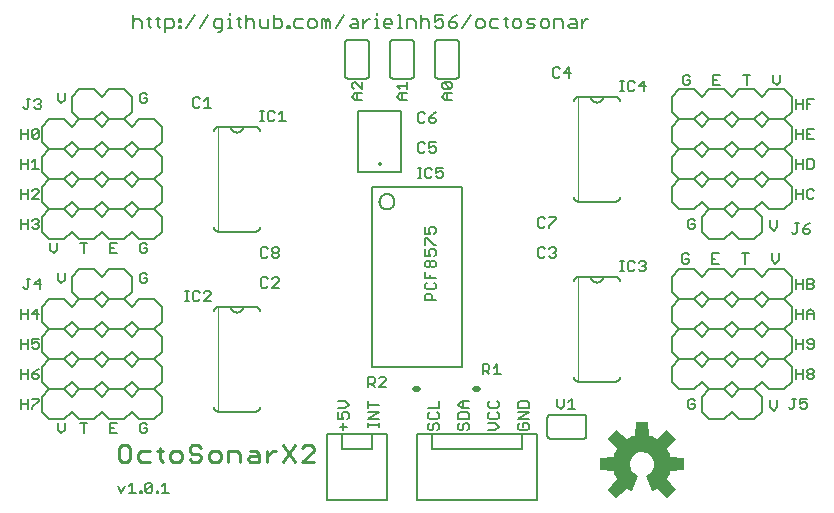
<source format=gbr>
G04 EAGLE Gerber RS-274X export*
G75*
%MOMM*%
%FSLAX34Y34*%
%LPD*%
%INSilkscreen Top*%
%IPPOS*%
%AMOC8*
5,1,8,0,0,1.08239X$1,22.5*%
G01*
G04 Define Apertures*
%ADD10C,0.279400*%
%ADD11C,0.203200*%
%ADD12C,0.152400*%
%ADD13C,0.050800*%
%ADD14C,0.127000*%
%ADD15C,0.359400*%
%ADD16C,0.508000*%
G36*
X561989Y29201D02*
X554708Y38131D01*
X555766Y40053D01*
X556815Y42585D01*
X557425Y44692D01*
X568889Y45857D01*
X568889Y55743D01*
X557425Y56908D01*
X556815Y59015D01*
X555766Y61548D01*
X554708Y63469D01*
X561989Y72399D01*
X554999Y79389D01*
X546069Y72108D01*
X544148Y73166D01*
X541615Y74215D01*
X539508Y74825D01*
X538343Y86289D01*
X528457Y86289D01*
X527292Y74825D01*
X525185Y74215D01*
X522653Y73166D01*
X520731Y72108D01*
X511801Y79389D01*
X504811Y72399D01*
X512092Y63469D01*
X511034Y61548D01*
X509985Y59015D01*
X509375Y56908D01*
X497911Y55743D01*
X497911Y45857D01*
X509375Y44692D01*
X509985Y42585D01*
X511034Y40053D01*
X512092Y38131D01*
X504811Y29201D01*
X511801Y22211D01*
X520725Y29487D01*
X522039Y28740D01*
X524585Y27560D01*
X530171Y41045D01*
X527981Y42176D01*
X526613Y43206D01*
X525437Y44450D01*
X524485Y45873D01*
X523786Y47436D01*
X523359Y49094D01*
X523215Y50796D01*
X523394Y52701D01*
X523925Y54536D01*
X524790Y56239D01*
X525957Y57751D01*
X527385Y59019D01*
X529026Y59997D01*
X530820Y60652D01*
X532705Y60961D01*
X534614Y60912D01*
X536481Y60507D01*
X538239Y59761D01*
X539827Y58700D01*
X541189Y57361D01*
X542277Y55792D01*
X543053Y54047D01*
X543489Y52187D01*
X543571Y50279D01*
X543295Y48389D01*
X542671Y46584D01*
X541720Y44927D01*
X540478Y43477D01*
X538986Y42284D01*
X536632Y41039D01*
X542215Y27560D01*
X544761Y28740D01*
X546075Y29487D01*
X554999Y22211D01*
X561989Y29201D01*
G37*
D10*
X97796Y67196D02*
X92797Y67196D01*
X90297Y64696D01*
X90297Y54697D01*
X92797Y52197D01*
X97796Y52197D01*
X100296Y54697D01*
X100296Y64696D01*
X97796Y67196D01*
X109168Y62196D02*
X116668Y62196D01*
X109168Y62196D02*
X106669Y59696D01*
X106669Y54697D01*
X109168Y52197D01*
X116668Y52197D01*
X125540Y54697D02*
X125540Y64696D01*
X125540Y54697D02*
X128040Y52197D01*
X128040Y62196D02*
X123040Y62196D01*
X136454Y52197D02*
X141454Y52197D01*
X143954Y54697D01*
X143954Y59696D01*
X141454Y62196D01*
X136454Y62196D01*
X133955Y59696D01*
X133955Y54697D01*
X136454Y52197D01*
X157825Y67196D02*
X160325Y64696D01*
X157825Y67196D02*
X152826Y67196D01*
X150326Y64696D01*
X150326Y62196D01*
X152826Y59696D01*
X157825Y59696D01*
X160325Y57197D01*
X160325Y54697D01*
X157825Y52197D01*
X152826Y52197D01*
X150326Y54697D01*
X169197Y52197D02*
X174197Y52197D01*
X176697Y54697D01*
X176697Y59696D01*
X174197Y62196D01*
X169197Y62196D01*
X166698Y59696D01*
X166698Y54697D01*
X169197Y52197D01*
X183069Y52197D02*
X183069Y62196D01*
X190569Y62196D01*
X193068Y59696D01*
X193068Y52197D01*
X201941Y62196D02*
X206940Y62196D01*
X209440Y59696D01*
X209440Y52197D01*
X201941Y52197D01*
X199441Y54697D01*
X201941Y57197D01*
X209440Y57197D01*
X215812Y62196D02*
X215812Y52197D01*
X215812Y57197D02*
X220812Y62196D01*
X223312Y62196D01*
X229455Y67196D02*
X239454Y52197D01*
X229455Y52197D02*
X239454Y67196D01*
X245827Y52197D02*
X255826Y52197D01*
X245827Y52197D02*
X255826Y62196D01*
X255826Y64696D01*
X253326Y67196D01*
X248327Y67196D01*
X245827Y64696D01*
D11*
X102616Y420116D02*
X102616Y430793D01*
X104396Y427234D02*
X102616Y425455D01*
X104396Y427234D02*
X107955Y427234D01*
X109734Y425455D01*
X109734Y420116D01*
X116089Y421896D02*
X116089Y429014D01*
X116089Y421896D02*
X117869Y420116D01*
X117869Y427234D02*
X114310Y427234D01*
X123885Y429014D02*
X123885Y421896D01*
X125665Y420116D01*
X125665Y427234D02*
X122106Y427234D01*
X129902Y427234D02*
X129902Y416557D01*
X129902Y427234D02*
X135240Y427234D01*
X137020Y425455D01*
X137020Y421896D01*
X135240Y420116D01*
X129902Y420116D01*
X141596Y427234D02*
X143375Y427234D01*
X143375Y425455D01*
X141596Y425455D01*
X141596Y427234D01*
X141596Y421896D02*
X143375Y421896D01*
X143375Y420116D01*
X141596Y420116D01*
X141596Y421896D01*
X147443Y420116D02*
X154561Y430793D01*
X159137Y420116D02*
X166255Y430793D01*
X174390Y416557D02*
X176169Y416557D01*
X177949Y418337D01*
X177949Y427234D01*
X172610Y427234D01*
X170831Y425455D01*
X170831Y421896D01*
X172610Y420116D01*
X177949Y420116D01*
X182525Y427234D02*
X184304Y427234D01*
X184304Y420116D01*
X182525Y420116D02*
X186084Y420116D01*
X184304Y430793D02*
X184304Y432573D01*
X192100Y429014D02*
X192100Y421896D01*
X193880Y420116D01*
X193880Y427234D02*
X190321Y427234D01*
X198117Y430793D02*
X198117Y420116D01*
X198117Y425455D02*
X199896Y427234D01*
X203455Y427234D01*
X205235Y425455D01*
X205235Y420116D01*
X209811Y421896D02*
X209811Y427234D01*
X209811Y421896D02*
X211590Y420116D01*
X216929Y420116D01*
X216929Y427234D01*
X221505Y430793D02*
X221505Y420116D01*
X226843Y420116D01*
X228623Y421896D01*
X228623Y425455D01*
X226843Y427234D01*
X221505Y427234D01*
X233199Y421896D02*
X233199Y420116D01*
X233199Y421896D02*
X234978Y421896D01*
X234978Y420116D01*
X233199Y420116D01*
X240825Y427234D02*
X246164Y427234D01*
X240825Y427234D02*
X239046Y425455D01*
X239046Y421896D01*
X240825Y420116D01*
X246164Y420116D01*
X252519Y420116D02*
X256078Y420116D01*
X257858Y421896D01*
X257858Y425455D01*
X256078Y427234D01*
X252519Y427234D01*
X250740Y425455D01*
X250740Y421896D01*
X252519Y420116D01*
X262434Y420116D02*
X262434Y427234D01*
X264213Y427234D01*
X265993Y425455D01*
X265993Y420116D01*
X265993Y425455D02*
X267772Y427234D01*
X269552Y425455D01*
X269552Y420116D01*
X274127Y420116D02*
X281246Y430793D01*
X287601Y427234D02*
X291160Y427234D01*
X292940Y425455D01*
X292940Y420116D01*
X287601Y420116D01*
X285821Y421896D01*
X287601Y423675D01*
X292940Y423675D01*
X297515Y420116D02*
X297515Y427234D01*
X297515Y423675D02*
X301074Y427234D01*
X302854Y427234D01*
X307260Y427234D02*
X309040Y427234D01*
X309040Y420116D01*
X310819Y420116D02*
X307260Y420116D01*
X309040Y430793D02*
X309040Y432573D01*
X316836Y420116D02*
X320395Y420116D01*
X316836Y420116D02*
X315056Y421896D01*
X315056Y425455D01*
X316836Y427234D01*
X320395Y427234D01*
X322174Y425455D01*
X322174Y423675D01*
X315056Y423675D01*
X326750Y430793D02*
X328530Y430793D01*
X328530Y420116D01*
X330309Y420116D02*
X326750Y420116D01*
X334546Y420116D02*
X334546Y427234D01*
X339885Y427234D01*
X341664Y425455D01*
X341664Y420116D01*
X346240Y420116D02*
X346240Y430793D01*
X348020Y427234D02*
X346240Y425455D01*
X348020Y427234D02*
X351579Y427234D01*
X353358Y425455D01*
X353358Y420116D01*
X357934Y430793D02*
X365052Y430793D01*
X357934Y430793D02*
X357934Y425455D01*
X361493Y427234D01*
X363273Y427234D01*
X365052Y425455D01*
X365052Y421896D01*
X363273Y420116D01*
X359714Y420116D01*
X357934Y421896D01*
X373187Y429014D02*
X376746Y430793D01*
X373187Y429014D02*
X369628Y425455D01*
X369628Y421896D01*
X371408Y420116D01*
X374967Y420116D01*
X376746Y421896D01*
X376746Y423675D01*
X374967Y425455D01*
X369628Y425455D01*
X381322Y420116D02*
X388440Y430793D01*
X394796Y420116D02*
X398355Y420116D01*
X400134Y421896D01*
X400134Y425455D01*
X398355Y427234D01*
X394796Y427234D01*
X393016Y425455D01*
X393016Y421896D01*
X394796Y420116D01*
X406490Y427234D02*
X411828Y427234D01*
X406490Y427234D02*
X404710Y425455D01*
X404710Y421896D01*
X406490Y420116D01*
X411828Y420116D01*
X418184Y421896D02*
X418184Y429014D01*
X418184Y421896D02*
X419963Y420116D01*
X419963Y427234D02*
X416404Y427234D01*
X425980Y420116D02*
X429539Y420116D01*
X431318Y421896D01*
X431318Y425455D01*
X429539Y427234D01*
X425980Y427234D01*
X424200Y425455D01*
X424200Y421896D01*
X425980Y420116D01*
X435894Y420116D02*
X441233Y420116D01*
X443012Y421896D01*
X441233Y423675D01*
X437674Y423675D01*
X435894Y425455D01*
X437674Y427234D01*
X443012Y427234D01*
X449367Y420116D02*
X452927Y420116D01*
X454706Y421896D01*
X454706Y425455D01*
X452927Y427234D01*
X449367Y427234D01*
X447588Y425455D01*
X447588Y421896D01*
X449367Y420116D01*
X459282Y420116D02*
X459282Y427234D01*
X464621Y427234D01*
X466400Y425455D01*
X466400Y420116D01*
X472755Y427234D02*
X476314Y427234D01*
X478094Y425455D01*
X478094Y420116D01*
X472755Y420116D01*
X470976Y421896D01*
X472755Y423675D01*
X478094Y423675D01*
X482670Y420116D02*
X482670Y427234D01*
X482670Y423675D02*
X486229Y427234D01*
X488008Y427234D01*
D12*
X89662Y31924D02*
X92543Y26162D01*
X95424Y31924D01*
X99017Y31924D02*
X101898Y34805D01*
X101898Y26162D01*
X99017Y26162D02*
X104779Y26162D01*
X108372Y26162D02*
X108372Y27603D01*
X109813Y27603D01*
X109813Y26162D01*
X108372Y26162D01*
X113050Y27603D02*
X113050Y33365D01*
X114491Y34805D01*
X117372Y34805D01*
X118812Y33365D01*
X118812Y27603D01*
X117372Y26162D01*
X114491Y26162D01*
X113050Y27603D01*
X118812Y33365D01*
X122405Y27603D02*
X122405Y26162D01*
X122405Y27603D02*
X123846Y27603D01*
X123846Y26162D01*
X122405Y26162D01*
X127083Y31924D02*
X129964Y34805D01*
X129964Y26162D01*
X127083Y26162D02*
X132845Y26162D01*
X644652Y374483D02*
X644652Y380245D01*
X644652Y374483D02*
X647533Y371602D01*
X650414Y374483D01*
X650414Y380245D01*
X38862Y212605D02*
X38862Y206843D01*
X41743Y203962D01*
X44624Y206843D01*
X44624Y212605D01*
X38862Y359243D02*
X38862Y365005D01*
X38862Y359243D02*
X41743Y356362D01*
X44624Y359243D01*
X44624Y365005D01*
X642112Y257055D02*
X642112Y251293D01*
X644993Y248412D01*
X647874Y251293D01*
X647874Y257055D01*
X642112Y104655D02*
X642112Y98893D01*
X644993Y96012D01*
X647874Y98893D01*
X647874Y104655D01*
X643382Y223353D02*
X643382Y229115D01*
X643382Y223353D02*
X646263Y220472D01*
X649144Y223353D01*
X649144Y229115D01*
X32512Y232243D02*
X32512Y238005D01*
X32512Y232243D02*
X35393Y229362D01*
X38274Y232243D01*
X38274Y238005D01*
X38862Y85605D02*
X38862Y79843D01*
X41743Y76962D01*
X44624Y79843D01*
X44624Y85605D01*
X622133Y371602D02*
X622133Y380245D01*
X619252Y380245D02*
X625014Y380245D01*
X620863Y229115D02*
X620863Y220472D01*
X617982Y229115D02*
X623744Y229115D01*
X60793Y85605D02*
X60793Y76962D01*
X57912Y85605D02*
X63674Y85605D01*
X60793Y229362D02*
X60793Y238005D01*
X57912Y238005D02*
X63674Y238005D01*
X83312Y238005D02*
X89074Y238005D01*
X83312Y238005D02*
X83312Y229362D01*
X89074Y229362D01*
X86193Y233684D02*
X83312Y233684D01*
X83312Y85605D02*
X89074Y85605D01*
X83312Y85605D02*
X83312Y76962D01*
X89074Y76962D01*
X86193Y81284D02*
X83312Y81284D01*
X592582Y229115D02*
X598344Y229115D01*
X592582Y229115D02*
X592582Y220472D01*
X598344Y220472D01*
X595463Y224794D02*
X592582Y224794D01*
X593852Y380245D02*
X599614Y380245D01*
X593852Y380245D02*
X593852Y371602D01*
X599614Y371602D01*
X596733Y375924D02*
X593852Y375924D01*
X574214Y378805D02*
X572774Y380245D01*
X569893Y380245D01*
X568452Y378805D01*
X568452Y373043D01*
X569893Y371602D01*
X572774Y371602D01*
X574214Y373043D01*
X574214Y375924D01*
X571333Y375924D01*
X571504Y229115D02*
X572944Y227675D01*
X571504Y229115D02*
X568623Y229115D01*
X567182Y227675D01*
X567182Y221913D01*
X568623Y220472D01*
X571504Y220472D01*
X572944Y221913D01*
X572944Y224794D01*
X570063Y224794D01*
X114474Y84165D02*
X113034Y85605D01*
X110153Y85605D01*
X108712Y84165D01*
X108712Y78403D01*
X110153Y76962D01*
X113034Y76962D01*
X114474Y78403D01*
X114474Y81284D01*
X111593Y81284D01*
X114474Y236565D02*
X113034Y238005D01*
X110153Y238005D01*
X108712Y236565D01*
X108712Y230803D01*
X110153Y229362D01*
X113034Y229362D01*
X114474Y230803D01*
X114474Y233684D01*
X111593Y233684D01*
X428745Y83698D02*
X430185Y85139D01*
X428745Y83698D02*
X428745Y80817D01*
X430185Y79376D01*
X435947Y79376D01*
X437388Y80817D01*
X437388Y83698D01*
X435947Y85139D01*
X433066Y85139D01*
X433066Y82258D01*
X428745Y88732D02*
X437388Y88732D01*
X437388Y94494D02*
X428745Y88732D01*
X428745Y94494D02*
X437388Y94494D01*
X437388Y98087D02*
X428745Y98087D01*
X437388Y98087D02*
X437388Y102409D01*
X435947Y103849D01*
X430185Y103849D01*
X428745Y102409D01*
X428745Y98087D01*
X409107Y79376D02*
X403345Y79376D01*
X409107Y79376D02*
X411988Y82258D01*
X409107Y85139D01*
X403345Y85139D01*
X403345Y93053D02*
X404785Y94494D01*
X403345Y93053D02*
X403345Y90172D01*
X404785Y88732D01*
X410547Y88732D01*
X411988Y90172D01*
X411988Y93053D01*
X410547Y94494D01*
X403345Y102409D02*
X404785Y103849D01*
X403345Y102409D02*
X403345Y99527D01*
X404785Y98087D01*
X410547Y98087D01*
X411988Y99527D01*
X411988Y102409D01*
X410547Y103849D01*
X379385Y85139D02*
X377945Y83698D01*
X377945Y80817D01*
X379385Y79376D01*
X380826Y79376D01*
X382266Y80817D01*
X382266Y83698D01*
X383707Y85139D01*
X385147Y85139D01*
X386588Y83698D01*
X386588Y80817D01*
X385147Y79376D01*
X386588Y88732D02*
X377945Y88732D01*
X386588Y88732D02*
X386588Y93053D01*
X385147Y94494D01*
X379385Y94494D01*
X377945Y93053D01*
X377945Y88732D01*
X380826Y98087D02*
X386588Y98087D01*
X380826Y98087D02*
X377945Y100968D01*
X380826Y103849D01*
X386588Y103849D01*
X382266Y103849D02*
X382266Y98087D01*
X353985Y85139D02*
X352545Y83698D01*
X352545Y80817D01*
X353985Y79376D01*
X355426Y79376D01*
X356866Y80817D01*
X356866Y83698D01*
X358307Y85139D01*
X359747Y85139D01*
X361188Y83698D01*
X361188Y80817D01*
X359747Y79376D01*
X352545Y93053D02*
X353985Y94494D01*
X352545Y93053D02*
X352545Y90172D01*
X353985Y88732D01*
X359747Y88732D01*
X361188Y90172D01*
X361188Y93053D01*
X359747Y94494D01*
X361188Y98087D02*
X352545Y98087D01*
X361188Y98087D02*
X361188Y103849D01*
X310388Y85376D02*
X310388Y82495D01*
X310388Y83935D02*
X301745Y83935D01*
X301745Y82495D02*
X301745Y85376D01*
X301745Y88732D02*
X310388Y88732D01*
X310388Y94494D02*
X301745Y88732D01*
X301745Y94494D02*
X310388Y94494D01*
X310388Y100968D02*
X301745Y100968D01*
X301745Y98087D02*
X301745Y103849D01*
X280666Y85139D02*
X280666Y79376D01*
X277785Y82258D02*
X283547Y82258D01*
X276345Y88732D02*
X276345Y94494D01*
X276345Y88732D02*
X280666Y88732D01*
X279226Y91613D01*
X279226Y93053D01*
X280666Y94494D01*
X283547Y94494D01*
X284988Y93053D01*
X284988Y90172D01*
X283547Y88732D01*
X282107Y98087D02*
X276345Y98087D01*
X282107Y98087D02*
X284988Y100968D01*
X282107Y103849D01*
X276345Y103849D01*
X114474Y211165D02*
X113034Y212605D01*
X110153Y212605D01*
X108712Y211165D01*
X108712Y205403D01*
X110153Y203962D01*
X113034Y203962D01*
X114474Y205403D01*
X114474Y208284D01*
X111593Y208284D01*
X114474Y363565D02*
X113034Y365005D01*
X110153Y365005D01*
X108712Y363565D01*
X108712Y357803D01*
X110153Y356362D01*
X113034Y356362D01*
X114474Y357803D01*
X114474Y360684D01*
X111593Y360684D01*
X576584Y258325D02*
X578024Y256885D01*
X576584Y258325D02*
X573703Y258325D01*
X572262Y256885D01*
X572262Y251123D01*
X573703Y249682D01*
X576584Y249682D01*
X578024Y251123D01*
X578024Y254004D01*
X575143Y254004D01*
X576584Y105925D02*
X578024Y104485D01*
X576584Y105925D02*
X573703Y105925D01*
X572262Y104485D01*
X572262Y98723D01*
X573703Y97282D01*
X576584Y97282D01*
X578024Y98723D01*
X578024Y101604D01*
X575143Y101604D01*
X174752Y95250D02*
X174630Y95252D01*
X174508Y95258D01*
X174386Y95268D01*
X174265Y95281D01*
X174144Y95299D01*
X174024Y95320D01*
X173904Y95346D01*
X173786Y95375D01*
X173668Y95407D01*
X173551Y95444D01*
X173436Y95484D01*
X173322Y95528D01*
X173210Y95576D01*
X173099Y95627D01*
X172990Y95682D01*
X172882Y95740D01*
X172777Y95802D01*
X172674Y95867D01*
X172572Y95935D01*
X172473Y96007D01*
X172377Y96081D01*
X172282Y96159D01*
X172191Y96240D01*
X172101Y96323D01*
X172015Y96409D01*
X171932Y96499D01*
X171851Y96590D01*
X171773Y96685D01*
X171699Y96781D01*
X171627Y96880D01*
X171559Y96982D01*
X171494Y97085D01*
X171432Y97190D01*
X171374Y97298D01*
X171319Y97407D01*
X171268Y97518D01*
X171220Y97630D01*
X171176Y97744D01*
X171136Y97859D01*
X171099Y97976D01*
X171067Y98094D01*
X171038Y98212D01*
X171012Y98332D01*
X170991Y98452D01*
X170973Y98573D01*
X170960Y98694D01*
X170950Y98816D01*
X170944Y98938D01*
X170942Y99060D01*
X210058Y180340D02*
X210056Y180462D01*
X210050Y180584D01*
X210040Y180706D01*
X210027Y180827D01*
X210009Y180948D01*
X209988Y181068D01*
X209962Y181188D01*
X209933Y181306D01*
X209901Y181424D01*
X209864Y181541D01*
X209824Y181656D01*
X209780Y181770D01*
X209732Y181882D01*
X209681Y181993D01*
X209626Y182102D01*
X209568Y182210D01*
X209506Y182315D01*
X209441Y182418D01*
X209373Y182520D01*
X209301Y182619D01*
X209227Y182715D01*
X209149Y182810D01*
X209068Y182901D01*
X208985Y182991D01*
X208899Y183077D01*
X208809Y183160D01*
X208718Y183241D01*
X208623Y183319D01*
X208527Y183393D01*
X208428Y183465D01*
X208326Y183533D01*
X208223Y183598D01*
X208118Y183660D01*
X208010Y183718D01*
X207901Y183773D01*
X207790Y183824D01*
X207678Y183872D01*
X207564Y183916D01*
X207449Y183956D01*
X207332Y183993D01*
X207214Y184025D01*
X207096Y184054D01*
X206976Y184080D01*
X206856Y184101D01*
X206735Y184119D01*
X206614Y184132D01*
X206492Y184142D01*
X206370Y184148D01*
X206248Y184150D01*
X210058Y99060D02*
X210056Y98938D01*
X210050Y98816D01*
X210040Y98694D01*
X210027Y98573D01*
X210009Y98452D01*
X209988Y98332D01*
X209962Y98212D01*
X209933Y98094D01*
X209901Y97976D01*
X209864Y97859D01*
X209824Y97744D01*
X209780Y97630D01*
X209732Y97518D01*
X209681Y97407D01*
X209626Y97298D01*
X209568Y97190D01*
X209506Y97085D01*
X209441Y96982D01*
X209373Y96880D01*
X209301Y96781D01*
X209227Y96685D01*
X209149Y96590D01*
X209068Y96499D01*
X208985Y96409D01*
X208899Y96323D01*
X208809Y96240D01*
X208718Y96159D01*
X208623Y96081D01*
X208527Y96007D01*
X208428Y95935D01*
X208326Y95867D01*
X208223Y95802D01*
X208118Y95740D01*
X208010Y95682D01*
X207901Y95627D01*
X207790Y95576D01*
X207678Y95528D01*
X207564Y95484D01*
X207449Y95444D01*
X207332Y95407D01*
X207214Y95375D01*
X207096Y95346D01*
X206976Y95320D01*
X206856Y95299D01*
X206735Y95281D01*
X206614Y95268D01*
X206492Y95258D01*
X206370Y95252D01*
X206248Y95250D01*
X170942Y180340D02*
X170944Y180462D01*
X170950Y180584D01*
X170960Y180706D01*
X170973Y180827D01*
X170991Y180948D01*
X171012Y181068D01*
X171038Y181188D01*
X171067Y181306D01*
X171099Y181424D01*
X171136Y181541D01*
X171176Y181656D01*
X171220Y181770D01*
X171268Y181882D01*
X171319Y181993D01*
X171374Y182102D01*
X171432Y182210D01*
X171494Y182315D01*
X171559Y182418D01*
X171627Y182520D01*
X171699Y182619D01*
X171773Y182715D01*
X171851Y182810D01*
X171932Y182901D01*
X172015Y182991D01*
X172101Y183077D01*
X172191Y183160D01*
X172282Y183241D01*
X172377Y183319D01*
X172473Y183393D01*
X172572Y183465D01*
X172674Y183533D01*
X172777Y183598D01*
X172882Y183660D01*
X172990Y183718D01*
X173099Y183773D01*
X173210Y183824D01*
X173322Y183872D01*
X173436Y183916D01*
X173551Y183956D01*
X173668Y183993D01*
X173786Y184025D01*
X173904Y184054D01*
X174024Y184080D01*
X174144Y184101D01*
X174265Y184119D01*
X174386Y184132D01*
X174508Y184142D01*
X174630Y184148D01*
X174752Y184150D01*
X174752Y95250D02*
X206248Y95250D01*
X206248Y184150D02*
X195580Y184150D01*
X185420Y184150D01*
X174752Y184150D01*
X185420Y184150D02*
X185422Y184009D01*
X185428Y183868D01*
X185438Y183727D01*
X185451Y183586D01*
X185469Y183446D01*
X185491Y183307D01*
X185516Y183168D01*
X185545Y183029D01*
X185578Y182892D01*
X185615Y182756D01*
X185656Y182621D01*
X185700Y182486D01*
X185748Y182354D01*
X185800Y182222D01*
X185855Y182092D01*
X185914Y181964D01*
X185977Y181837D01*
X186043Y181713D01*
X186112Y181590D01*
X186185Y181469D01*
X186261Y181350D01*
X186341Y181233D01*
X186424Y181119D01*
X186509Y181006D01*
X186598Y180897D01*
X186690Y180789D01*
X186785Y180685D01*
X186883Y180583D01*
X186984Y180484D01*
X187087Y180387D01*
X187193Y180294D01*
X187301Y180204D01*
X187412Y180116D01*
X187525Y180032D01*
X187641Y179951D01*
X187759Y179873D01*
X187879Y179798D01*
X188001Y179727D01*
X188125Y179659D01*
X188251Y179595D01*
X188378Y179534D01*
X188507Y179477D01*
X188638Y179424D01*
X188770Y179374D01*
X188903Y179327D01*
X189038Y179285D01*
X189174Y179246D01*
X189311Y179211D01*
X189448Y179180D01*
X189587Y179153D01*
X189726Y179129D01*
X189866Y179110D01*
X190006Y179094D01*
X190147Y179082D01*
X190288Y179074D01*
X190429Y179070D01*
X190571Y179070D01*
X190712Y179074D01*
X190853Y179082D01*
X190994Y179094D01*
X191134Y179110D01*
X191274Y179129D01*
X191413Y179153D01*
X191552Y179180D01*
X191689Y179211D01*
X191826Y179246D01*
X191962Y179285D01*
X192097Y179327D01*
X192230Y179374D01*
X192362Y179424D01*
X192493Y179477D01*
X192622Y179534D01*
X192749Y179595D01*
X192875Y179659D01*
X192999Y179727D01*
X193121Y179798D01*
X193241Y179873D01*
X193359Y179951D01*
X193475Y180032D01*
X193588Y180116D01*
X193699Y180204D01*
X193807Y180294D01*
X193913Y180387D01*
X194016Y180484D01*
X194117Y180583D01*
X194215Y180685D01*
X194310Y180789D01*
X194402Y180897D01*
X194491Y181006D01*
X194576Y181119D01*
X194659Y181233D01*
X194739Y181350D01*
X194815Y181469D01*
X194888Y181590D01*
X194957Y181713D01*
X195023Y181837D01*
X195086Y181964D01*
X195145Y182092D01*
X195200Y182222D01*
X195252Y182354D01*
X195300Y182486D01*
X195344Y182621D01*
X195385Y182756D01*
X195422Y182892D01*
X195455Y183029D01*
X195484Y183168D01*
X195509Y183307D01*
X195531Y183446D01*
X195549Y183586D01*
X195562Y183727D01*
X195572Y183868D01*
X195578Y184009D01*
X195580Y184150D01*
D13*
X174498Y184150D02*
X174498Y95250D01*
D12*
X149693Y188722D02*
X146812Y188722D01*
X148253Y188722D02*
X148253Y197365D01*
X149693Y197365D02*
X146812Y197365D01*
X157370Y197365D02*
X158811Y195925D01*
X157370Y197365D02*
X154489Y197365D01*
X153049Y195925D01*
X153049Y190163D01*
X154489Y188722D01*
X157370Y188722D01*
X158811Y190163D01*
X162404Y188722D02*
X168166Y188722D01*
X162404Y188722D02*
X168166Y194484D01*
X168166Y195925D01*
X166726Y197365D01*
X163845Y197365D01*
X162404Y195925D01*
X475742Y124460D02*
X475744Y124338D01*
X475750Y124216D01*
X475760Y124094D01*
X475773Y123973D01*
X475791Y123852D01*
X475812Y123732D01*
X475838Y123612D01*
X475867Y123494D01*
X475899Y123376D01*
X475936Y123259D01*
X475976Y123144D01*
X476020Y123030D01*
X476068Y122918D01*
X476119Y122807D01*
X476174Y122698D01*
X476232Y122590D01*
X476294Y122485D01*
X476359Y122382D01*
X476427Y122280D01*
X476499Y122181D01*
X476573Y122085D01*
X476651Y121990D01*
X476732Y121899D01*
X476815Y121809D01*
X476901Y121723D01*
X476991Y121640D01*
X477082Y121559D01*
X477177Y121481D01*
X477273Y121407D01*
X477372Y121335D01*
X477474Y121267D01*
X477577Y121202D01*
X477682Y121140D01*
X477790Y121082D01*
X477899Y121027D01*
X478010Y120976D01*
X478122Y120928D01*
X478236Y120884D01*
X478351Y120844D01*
X478468Y120807D01*
X478586Y120775D01*
X478704Y120746D01*
X478824Y120720D01*
X478944Y120699D01*
X479065Y120681D01*
X479186Y120668D01*
X479308Y120658D01*
X479430Y120652D01*
X479552Y120650D01*
X514858Y205740D02*
X514856Y205862D01*
X514850Y205984D01*
X514840Y206106D01*
X514827Y206227D01*
X514809Y206348D01*
X514788Y206468D01*
X514762Y206588D01*
X514733Y206706D01*
X514701Y206824D01*
X514664Y206941D01*
X514624Y207056D01*
X514580Y207170D01*
X514532Y207282D01*
X514481Y207393D01*
X514426Y207502D01*
X514368Y207610D01*
X514306Y207715D01*
X514241Y207818D01*
X514173Y207920D01*
X514101Y208019D01*
X514027Y208115D01*
X513949Y208210D01*
X513868Y208301D01*
X513785Y208391D01*
X513699Y208477D01*
X513609Y208560D01*
X513518Y208641D01*
X513423Y208719D01*
X513327Y208793D01*
X513228Y208865D01*
X513126Y208933D01*
X513023Y208998D01*
X512918Y209060D01*
X512810Y209118D01*
X512701Y209173D01*
X512590Y209224D01*
X512478Y209272D01*
X512364Y209316D01*
X512249Y209356D01*
X512132Y209393D01*
X512014Y209425D01*
X511896Y209454D01*
X511776Y209480D01*
X511656Y209501D01*
X511535Y209519D01*
X511414Y209532D01*
X511292Y209542D01*
X511170Y209548D01*
X511048Y209550D01*
X514858Y124460D02*
X514856Y124338D01*
X514850Y124216D01*
X514840Y124094D01*
X514827Y123973D01*
X514809Y123852D01*
X514788Y123732D01*
X514762Y123612D01*
X514733Y123494D01*
X514701Y123376D01*
X514664Y123259D01*
X514624Y123144D01*
X514580Y123030D01*
X514532Y122918D01*
X514481Y122807D01*
X514426Y122698D01*
X514368Y122590D01*
X514306Y122485D01*
X514241Y122382D01*
X514173Y122280D01*
X514101Y122181D01*
X514027Y122085D01*
X513949Y121990D01*
X513868Y121899D01*
X513785Y121809D01*
X513699Y121723D01*
X513609Y121640D01*
X513518Y121559D01*
X513423Y121481D01*
X513327Y121407D01*
X513228Y121335D01*
X513126Y121267D01*
X513023Y121202D01*
X512918Y121140D01*
X512810Y121082D01*
X512701Y121027D01*
X512590Y120976D01*
X512478Y120928D01*
X512364Y120884D01*
X512249Y120844D01*
X512132Y120807D01*
X512014Y120775D01*
X511896Y120746D01*
X511776Y120720D01*
X511656Y120699D01*
X511535Y120681D01*
X511414Y120668D01*
X511292Y120658D01*
X511170Y120652D01*
X511048Y120650D01*
X475742Y205740D02*
X475744Y205862D01*
X475750Y205984D01*
X475760Y206106D01*
X475773Y206227D01*
X475791Y206348D01*
X475812Y206468D01*
X475838Y206588D01*
X475867Y206706D01*
X475899Y206824D01*
X475936Y206941D01*
X475976Y207056D01*
X476020Y207170D01*
X476068Y207282D01*
X476119Y207393D01*
X476174Y207502D01*
X476232Y207610D01*
X476294Y207715D01*
X476359Y207818D01*
X476427Y207920D01*
X476499Y208019D01*
X476573Y208115D01*
X476651Y208210D01*
X476732Y208301D01*
X476815Y208391D01*
X476901Y208477D01*
X476991Y208560D01*
X477082Y208641D01*
X477177Y208719D01*
X477273Y208793D01*
X477372Y208865D01*
X477474Y208933D01*
X477577Y208998D01*
X477682Y209060D01*
X477790Y209118D01*
X477899Y209173D01*
X478010Y209224D01*
X478122Y209272D01*
X478236Y209316D01*
X478351Y209356D01*
X478468Y209393D01*
X478586Y209425D01*
X478704Y209454D01*
X478824Y209480D01*
X478944Y209501D01*
X479065Y209519D01*
X479186Y209532D01*
X479308Y209542D01*
X479430Y209548D01*
X479552Y209550D01*
X479552Y120650D02*
X511048Y120650D01*
X511048Y209550D02*
X500380Y209550D01*
X490220Y209550D01*
X479552Y209550D01*
X490220Y209550D02*
X490222Y209409D01*
X490228Y209268D01*
X490238Y209127D01*
X490251Y208986D01*
X490269Y208846D01*
X490291Y208707D01*
X490316Y208568D01*
X490345Y208429D01*
X490378Y208292D01*
X490415Y208156D01*
X490456Y208021D01*
X490500Y207886D01*
X490548Y207754D01*
X490600Y207622D01*
X490655Y207492D01*
X490714Y207364D01*
X490777Y207237D01*
X490843Y207113D01*
X490912Y206990D01*
X490985Y206869D01*
X491061Y206750D01*
X491141Y206633D01*
X491224Y206519D01*
X491309Y206406D01*
X491398Y206297D01*
X491490Y206189D01*
X491585Y206085D01*
X491683Y205983D01*
X491784Y205884D01*
X491887Y205787D01*
X491993Y205694D01*
X492101Y205604D01*
X492212Y205516D01*
X492325Y205432D01*
X492441Y205351D01*
X492559Y205273D01*
X492679Y205198D01*
X492801Y205127D01*
X492925Y205059D01*
X493051Y204995D01*
X493178Y204934D01*
X493307Y204877D01*
X493438Y204824D01*
X493570Y204774D01*
X493703Y204727D01*
X493838Y204685D01*
X493974Y204646D01*
X494111Y204611D01*
X494248Y204580D01*
X494387Y204553D01*
X494526Y204529D01*
X494666Y204510D01*
X494806Y204494D01*
X494947Y204482D01*
X495088Y204474D01*
X495229Y204470D01*
X495371Y204470D01*
X495512Y204474D01*
X495653Y204482D01*
X495794Y204494D01*
X495934Y204510D01*
X496074Y204529D01*
X496213Y204553D01*
X496352Y204580D01*
X496489Y204611D01*
X496626Y204646D01*
X496762Y204685D01*
X496897Y204727D01*
X497030Y204774D01*
X497162Y204824D01*
X497293Y204877D01*
X497422Y204934D01*
X497549Y204995D01*
X497675Y205059D01*
X497799Y205127D01*
X497921Y205198D01*
X498041Y205273D01*
X498159Y205351D01*
X498275Y205432D01*
X498388Y205516D01*
X498499Y205604D01*
X498607Y205694D01*
X498713Y205787D01*
X498816Y205884D01*
X498917Y205983D01*
X499015Y206085D01*
X499110Y206189D01*
X499202Y206297D01*
X499291Y206406D01*
X499376Y206519D01*
X499459Y206633D01*
X499539Y206750D01*
X499615Y206869D01*
X499688Y206990D01*
X499757Y207113D01*
X499823Y207237D01*
X499886Y207364D01*
X499945Y207492D01*
X500000Y207622D01*
X500052Y207754D01*
X500100Y207886D01*
X500144Y208021D01*
X500185Y208156D01*
X500222Y208292D01*
X500255Y208429D01*
X500284Y208568D01*
X500309Y208707D01*
X500331Y208846D01*
X500349Y208986D01*
X500362Y209127D01*
X500372Y209268D01*
X500378Y209409D01*
X500380Y209550D01*
D13*
X479298Y209550D02*
X479298Y120650D01*
D12*
X515112Y214122D02*
X517993Y214122D01*
X516553Y214122D02*
X516553Y222765D01*
X517993Y222765D02*
X515112Y222765D01*
X525670Y222765D02*
X527111Y221325D01*
X525670Y222765D02*
X522789Y222765D01*
X521349Y221325D01*
X521349Y215563D01*
X522789Y214122D01*
X525670Y214122D01*
X527111Y215563D01*
X530704Y221325D02*
X532145Y222765D01*
X535026Y222765D01*
X536466Y221325D01*
X536466Y219884D01*
X535026Y218444D01*
X533585Y218444D01*
X535026Y218444D02*
X536466Y217003D01*
X536466Y215563D01*
X535026Y214122D01*
X532145Y214122D01*
X530704Y215563D01*
D11*
X641350Y139700D02*
X654050Y139700D01*
X660400Y133350D01*
X660400Y120650D02*
X654050Y114300D01*
X615950Y139700D02*
X609600Y133350D01*
X615950Y139700D02*
X628650Y139700D01*
X635000Y133350D01*
X635000Y120650D02*
X628650Y114300D01*
X615950Y114300D01*
X609600Y120650D01*
X635000Y133350D02*
X641350Y139700D01*
X635000Y120650D02*
X641350Y114300D01*
X654050Y114300D01*
X577850Y139700D02*
X565150Y139700D01*
X577850Y139700D02*
X584200Y133350D01*
X584200Y120650D02*
X577850Y114300D01*
X584200Y133350D02*
X590550Y139700D01*
X603250Y139700D01*
X609600Y133350D01*
X609600Y120650D02*
X603250Y114300D01*
X590550Y114300D01*
X584200Y120650D01*
X558800Y120650D02*
X558800Y133350D01*
X565150Y139700D01*
X558800Y120650D02*
X565150Y114300D01*
X577850Y114300D01*
X660400Y120650D02*
X660400Y133350D01*
D12*
X663702Y131325D02*
X663702Y122682D01*
X663702Y127004D02*
X669464Y127004D01*
X669464Y131325D02*
X669464Y122682D01*
X673057Y129885D02*
X674498Y131325D01*
X677379Y131325D01*
X678819Y129885D01*
X678819Y128444D01*
X677379Y127004D01*
X678819Y125563D01*
X678819Y124123D01*
X677379Y122682D01*
X674498Y122682D01*
X673057Y124123D01*
X673057Y125563D01*
X674498Y127004D01*
X673057Y128444D01*
X673057Y129885D01*
X674498Y127004D02*
X677379Y127004D01*
D14*
X317500Y76200D02*
X317500Y20320D01*
X266700Y20320D02*
X266700Y76200D01*
X266700Y20320D02*
X317500Y20320D01*
X279400Y76200D02*
X266700Y76200D01*
X279400Y76200D02*
X304800Y76200D01*
X317500Y76200D01*
X304800Y76200D02*
X304800Y63500D01*
X279400Y63500D01*
X279400Y76200D01*
D11*
X641350Y165100D02*
X654050Y165100D01*
X660400Y158750D01*
X660400Y146050D02*
X654050Y139700D01*
X615950Y165100D02*
X609600Y158750D01*
X615950Y165100D02*
X628650Y165100D01*
X635000Y158750D01*
X635000Y146050D02*
X628650Y139700D01*
X615950Y139700D01*
X609600Y146050D01*
X635000Y158750D02*
X641350Y165100D01*
X635000Y146050D02*
X641350Y139700D01*
X654050Y139700D01*
X577850Y165100D02*
X565150Y165100D01*
X577850Y165100D02*
X584200Y158750D01*
X584200Y146050D02*
X577850Y139700D01*
X584200Y158750D02*
X590550Y165100D01*
X603250Y165100D01*
X609600Y158750D01*
X609600Y146050D02*
X603250Y139700D01*
X590550Y139700D01*
X584200Y146050D01*
X558800Y146050D02*
X558800Y158750D01*
X565150Y165100D01*
X558800Y146050D02*
X565150Y139700D01*
X577850Y139700D01*
X660400Y146050D02*
X660400Y158750D01*
D12*
X663702Y156725D02*
X663702Y148082D01*
X663702Y152404D02*
X669464Y152404D01*
X669464Y156725D02*
X669464Y148082D01*
X673057Y149523D02*
X674498Y148082D01*
X677379Y148082D01*
X678819Y149523D01*
X678819Y155285D01*
X677379Y156725D01*
X674498Y156725D01*
X673057Y155285D01*
X673057Y153844D01*
X674498Y152404D01*
X678819Y152404D01*
D11*
X654050Y190500D02*
X641350Y190500D01*
X654050Y190500D02*
X660400Y184150D01*
X660400Y171450D02*
X654050Y165100D01*
X615950Y190500D02*
X609600Y184150D01*
X615950Y190500D02*
X628650Y190500D01*
X635000Y184150D01*
X635000Y171450D02*
X628650Y165100D01*
X615950Y165100D01*
X609600Y171450D01*
X635000Y184150D02*
X641350Y190500D01*
X635000Y171450D02*
X641350Y165100D01*
X654050Y165100D01*
X577850Y190500D02*
X565150Y190500D01*
X577850Y190500D02*
X584200Y184150D01*
X584200Y171450D02*
X577850Y165100D01*
X584200Y184150D02*
X590550Y190500D01*
X603250Y190500D01*
X609600Y184150D01*
X609600Y171450D02*
X603250Y165100D01*
X590550Y165100D01*
X584200Y171450D01*
X558800Y171450D02*
X558800Y184150D01*
X565150Y190500D01*
X558800Y171450D02*
X565150Y165100D01*
X577850Y165100D01*
X660400Y171450D02*
X660400Y184150D01*
D12*
X663702Y182125D02*
X663702Y173482D01*
X663702Y177804D02*
X669464Y177804D01*
X669464Y182125D02*
X669464Y173482D01*
X673057Y173482D02*
X673057Y179244D01*
X675938Y182125D01*
X678819Y179244D01*
X678819Y173482D01*
X678819Y177804D02*
X673057Y177804D01*
D11*
X654050Y215900D02*
X641350Y215900D01*
X654050Y215900D02*
X660400Y209550D01*
X660400Y196850D02*
X654050Y190500D01*
X615950Y215900D02*
X609600Y209550D01*
X615950Y215900D02*
X628650Y215900D01*
X635000Y209550D01*
X635000Y196850D02*
X628650Y190500D01*
X615950Y190500D01*
X609600Y196850D01*
X635000Y209550D02*
X641350Y215900D01*
X635000Y196850D02*
X641350Y190500D01*
X654050Y190500D01*
X577850Y215900D02*
X565150Y215900D01*
X577850Y215900D02*
X584200Y209550D01*
X584200Y196850D02*
X577850Y190500D01*
X584200Y209550D02*
X590550Y215900D01*
X603250Y215900D01*
X609600Y209550D01*
X609600Y196850D02*
X603250Y190500D01*
X590550Y190500D01*
X584200Y196850D01*
X558800Y196850D02*
X558800Y209550D01*
X565150Y215900D01*
X558800Y196850D02*
X565150Y190500D01*
X577850Y190500D01*
X660400Y196850D02*
X660400Y209550D01*
D12*
X663702Y207525D02*
X663702Y198882D01*
X663702Y203204D02*
X669464Y203204D01*
X669464Y207525D02*
X669464Y198882D01*
X673057Y198882D02*
X673057Y207525D01*
X677379Y207525D01*
X678819Y206085D01*
X678819Y204644D01*
X677379Y203204D01*
X678819Y201763D01*
X678819Y200323D01*
X677379Y198882D01*
X673057Y198882D01*
X673057Y203204D02*
X677379Y203204D01*
D11*
X654050Y292100D02*
X641350Y292100D01*
X654050Y292100D02*
X660400Y285750D01*
X660400Y273050D02*
X654050Y266700D01*
X615950Y292100D02*
X609600Y285750D01*
X615950Y292100D02*
X628650Y292100D01*
X635000Y285750D01*
X635000Y273050D02*
X628650Y266700D01*
X615950Y266700D01*
X609600Y273050D01*
X635000Y285750D02*
X641350Y292100D01*
X635000Y273050D02*
X641350Y266700D01*
X654050Y266700D01*
X577850Y292100D02*
X565150Y292100D01*
X577850Y292100D02*
X584200Y285750D01*
X584200Y273050D02*
X577850Y266700D01*
X584200Y285750D02*
X590550Y292100D01*
X603250Y292100D01*
X609600Y285750D01*
X609600Y273050D02*
X603250Y266700D01*
X590550Y266700D01*
X584200Y273050D01*
X558800Y273050D02*
X558800Y285750D01*
X565150Y292100D01*
X558800Y273050D02*
X565150Y266700D01*
X577850Y266700D01*
X660400Y273050D02*
X660400Y285750D01*
D12*
X663702Y283725D02*
X663702Y275082D01*
X663702Y279404D02*
X669464Y279404D01*
X669464Y283725D02*
X669464Y275082D01*
X677379Y283725D02*
X678819Y282285D01*
X677379Y283725D02*
X674498Y283725D01*
X673057Y282285D01*
X673057Y276523D01*
X674498Y275082D01*
X677379Y275082D01*
X678819Y276523D01*
D11*
X654050Y317500D02*
X641350Y317500D01*
X654050Y317500D02*
X660400Y311150D01*
X660400Y298450D02*
X654050Y292100D01*
X615950Y317500D02*
X609600Y311150D01*
X615950Y317500D02*
X628650Y317500D01*
X635000Y311150D01*
X635000Y298450D02*
X628650Y292100D01*
X615950Y292100D01*
X609600Y298450D01*
X635000Y311150D02*
X641350Y317500D01*
X635000Y298450D02*
X641350Y292100D01*
X654050Y292100D01*
X577850Y317500D02*
X565150Y317500D01*
X577850Y317500D02*
X584200Y311150D01*
X584200Y298450D02*
X577850Y292100D01*
X584200Y311150D02*
X590550Y317500D01*
X603250Y317500D01*
X609600Y311150D01*
X609600Y298450D02*
X603250Y292100D01*
X590550Y292100D01*
X584200Y298450D01*
X558800Y298450D02*
X558800Y311150D01*
X565150Y317500D01*
X558800Y298450D02*
X565150Y292100D01*
X577850Y292100D01*
X660400Y298450D02*
X660400Y311150D01*
D12*
X663702Y309125D02*
X663702Y300482D01*
X663702Y304804D02*
X669464Y304804D01*
X669464Y309125D02*
X669464Y300482D01*
X673057Y300482D02*
X673057Y309125D01*
X673057Y300482D02*
X677379Y300482D01*
X678819Y301923D01*
X678819Y307685D01*
X677379Y309125D01*
X673057Y309125D01*
D11*
X654050Y342900D02*
X641350Y342900D01*
X654050Y342900D02*
X660400Y336550D01*
X660400Y323850D02*
X654050Y317500D01*
X615950Y342900D02*
X609600Y336550D01*
X615950Y342900D02*
X628650Y342900D01*
X635000Y336550D01*
X635000Y323850D02*
X628650Y317500D01*
X615950Y317500D01*
X609600Y323850D01*
X635000Y336550D02*
X641350Y342900D01*
X635000Y323850D02*
X641350Y317500D01*
X654050Y317500D01*
X577850Y342900D02*
X565150Y342900D01*
X577850Y342900D02*
X584200Y336550D01*
X584200Y323850D02*
X577850Y317500D01*
X584200Y336550D02*
X590550Y342900D01*
X603250Y342900D01*
X609600Y336550D01*
X609600Y323850D02*
X603250Y317500D01*
X590550Y317500D01*
X584200Y323850D01*
X558800Y323850D02*
X558800Y336550D01*
X565150Y342900D01*
X558800Y323850D02*
X565150Y317500D01*
X577850Y317500D01*
X660400Y323850D02*
X660400Y336550D01*
D12*
X663702Y334525D02*
X663702Y325882D01*
X663702Y330204D02*
X669464Y330204D01*
X669464Y334525D02*
X669464Y325882D01*
X673057Y334525D02*
X678819Y334525D01*
X673057Y334525D02*
X673057Y325882D01*
X678819Y325882D01*
X675938Y330204D02*
X673057Y330204D01*
D11*
X654050Y368300D02*
X641350Y368300D01*
X654050Y368300D02*
X660400Y361950D01*
X660400Y349250D02*
X654050Y342900D01*
X615950Y368300D02*
X609600Y361950D01*
X615950Y368300D02*
X628650Y368300D01*
X635000Y361950D01*
X635000Y349250D02*
X628650Y342900D01*
X615950Y342900D01*
X609600Y349250D01*
X635000Y361950D02*
X641350Y368300D01*
X635000Y349250D02*
X641350Y342900D01*
X654050Y342900D01*
X577850Y368300D02*
X565150Y368300D01*
X577850Y368300D02*
X584200Y361950D01*
X584200Y349250D02*
X577850Y342900D01*
X584200Y361950D02*
X590550Y368300D01*
X603250Y368300D01*
X609600Y361950D01*
X609600Y349250D02*
X603250Y342900D01*
X590550Y342900D01*
X584200Y349250D01*
X558800Y349250D02*
X558800Y361950D01*
X565150Y368300D01*
X558800Y349250D02*
X565150Y342900D01*
X577850Y342900D01*
X660400Y349250D02*
X660400Y361950D01*
D12*
X663702Y359925D02*
X663702Y351282D01*
X663702Y355604D02*
X669464Y355604D01*
X669464Y359925D02*
X669464Y351282D01*
X673057Y351282D02*
X673057Y359925D01*
X678819Y359925D01*
X675938Y355604D02*
X673057Y355604D01*
D14*
X444500Y76200D02*
X444500Y20320D01*
X342900Y20320D02*
X342900Y76200D01*
X342900Y20320D02*
X444500Y20320D01*
X355600Y76200D02*
X342900Y76200D01*
X355600Y76200D02*
X431800Y76200D01*
X444500Y76200D01*
X431800Y76200D02*
X431800Y63500D01*
X355600Y63500D01*
X355600Y76200D01*
D11*
X292894Y297950D02*
X292894Y349750D01*
X329406Y349750D01*
X329406Y297950D01*
X292894Y297950D01*
D15*
X311413Y304800D03*
D12*
X340360Y379730D02*
X340360Y407670D01*
X322580Y410210D02*
X322480Y410208D01*
X322381Y410202D01*
X322281Y410192D01*
X322183Y410179D01*
X322084Y410161D01*
X321987Y410140D01*
X321891Y410115D01*
X321795Y410086D01*
X321701Y410053D01*
X321608Y410017D01*
X321517Y409977D01*
X321427Y409933D01*
X321339Y409886D01*
X321253Y409836D01*
X321169Y409782D01*
X321087Y409725D01*
X321008Y409665D01*
X320930Y409601D01*
X320856Y409535D01*
X320784Y409466D01*
X320715Y409394D01*
X320649Y409320D01*
X320585Y409242D01*
X320525Y409163D01*
X320468Y409081D01*
X320414Y408997D01*
X320364Y408911D01*
X320317Y408823D01*
X320273Y408733D01*
X320233Y408642D01*
X320197Y408549D01*
X320164Y408455D01*
X320135Y408359D01*
X320110Y408263D01*
X320089Y408166D01*
X320071Y408067D01*
X320058Y407969D01*
X320048Y407869D01*
X320042Y407770D01*
X320040Y407670D01*
X320040Y379730D02*
X320042Y379630D01*
X320048Y379531D01*
X320058Y379431D01*
X320071Y379333D01*
X320089Y379234D01*
X320110Y379137D01*
X320135Y379041D01*
X320164Y378945D01*
X320197Y378851D01*
X320233Y378758D01*
X320273Y378667D01*
X320317Y378577D01*
X320364Y378489D01*
X320414Y378403D01*
X320468Y378319D01*
X320525Y378237D01*
X320585Y378158D01*
X320649Y378080D01*
X320715Y378006D01*
X320784Y377934D01*
X320856Y377865D01*
X320930Y377799D01*
X321008Y377735D01*
X321087Y377675D01*
X321169Y377618D01*
X321253Y377564D01*
X321339Y377514D01*
X321427Y377467D01*
X321517Y377423D01*
X321608Y377383D01*
X321701Y377347D01*
X321795Y377314D01*
X321891Y377285D01*
X321987Y377260D01*
X322084Y377239D01*
X322183Y377221D01*
X322281Y377208D01*
X322381Y377198D01*
X322480Y377192D01*
X322580Y377190D01*
X337820Y377190D02*
X337920Y377192D01*
X338019Y377198D01*
X338119Y377208D01*
X338217Y377221D01*
X338316Y377239D01*
X338413Y377260D01*
X338509Y377285D01*
X338605Y377314D01*
X338699Y377347D01*
X338792Y377383D01*
X338883Y377423D01*
X338973Y377467D01*
X339061Y377514D01*
X339147Y377564D01*
X339231Y377618D01*
X339313Y377675D01*
X339392Y377735D01*
X339470Y377799D01*
X339544Y377865D01*
X339616Y377934D01*
X339685Y378006D01*
X339751Y378080D01*
X339815Y378158D01*
X339875Y378237D01*
X339932Y378319D01*
X339986Y378403D01*
X340036Y378489D01*
X340083Y378577D01*
X340127Y378667D01*
X340167Y378758D01*
X340203Y378851D01*
X340236Y378945D01*
X340265Y379041D01*
X340290Y379137D01*
X340311Y379234D01*
X340329Y379333D01*
X340342Y379431D01*
X340352Y379531D01*
X340358Y379630D01*
X340360Y379730D01*
X340360Y407670D02*
X340358Y407770D01*
X340352Y407869D01*
X340342Y407969D01*
X340329Y408067D01*
X340311Y408166D01*
X340290Y408263D01*
X340265Y408359D01*
X340236Y408455D01*
X340203Y408549D01*
X340167Y408642D01*
X340127Y408733D01*
X340083Y408823D01*
X340036Y408911D01*
X339986Y408997D01*
X339932Y409081D01*
X339875Y409163D01*
X339815Y409242D01*
X339751Y409320D01*
X339685Y409394D01*
X339616Y409466D01*
X339544Y409535D01*
X339470Y409601D01*
X339392Y409665D01*
X339313Y409725D01*
X339231Y409782D01*
X339147Y409836D01*
X339061Y409886D01*
X338973Y409933D01*
X338883Y409977D01*
X338792Y410017D01*
X338699Y410053D01*
X338605Y410086D01*
X338509Y410115D01*
X338413Y410140D01*
X338316Y410161D01*
X338217Y410179D01*
X338119Y410192D01*
X338019Y410202D01*
X337920Y410208D01*
X337820Y410210D01*
X322580Y410210D01*
X322580Y377190D02*
X337820Y377190D01*
X320040Y379730D02*
X320040Y407670D01*
X328756Y358902D02*
X334518Y358902D01*
X328756Y358902D02*
X325875Y361783D01*
X328756Y364664D01*
X334518Y364664D01*
X330196Y364664D02*
X330196Y358902D01*
X328756Y368257D02*
X325875Y371138D01*
X334518Y371138D01*
X334518Y368257D02*
X334518Y374019D01*
X378460Y379730D02*
X378460Y407670D01*
X360680Y410210D02*
X360580Y410208D01*
X360481Y410202D01*
X360381Y410192D01*
X360283Y410179D01*
X360184Y410161D01*
X360087Y410140D01*
X359991Y410115D01*
X359895Y410086D01*
X359801Y410053D01*
X359708Y410017D01*
X359617Y409977D01*
X359527Y409933D01*
X359439Y409886D01*
X359353Y409836D01*
X359269Y409782D01*
X359187Y409725D01*
X359108Y409665D01*
X359030Y409601D01*
X358956Y409535D01*
X358884Y409466D01*
X358815Y409394D01*
X358749Y409320D01*
X358685Y409242D01*
X358625Y409163D01*
X358568Y409081D01*
X358514Y408997D01*
X358464Y408911D01*
X358417Y408823D01*
X358373Y408733D01*
X358333Y408642D01*
X358297Y408549D01*
X358264Y408455D01*
X358235Y408359D01*
X358210Y408263D01*
X358189Y408166D01*
X358171Y408067D01*
X358158Y407969D01*
X358148Y407869D01*
X358142Y407770D01*
X358140Y407670D01*
X358140Y379730D02*
X358142Y379630D01*
X358148Y379531D01*
X358158Y379431D01*
X358171Y379333D01*
X358189Y379234D01*
X358210Y379137D01*
X358235Y379041D01*
X358264Y378945D01*
X358297Y378851D01*
X358333Y378758D01*
X358373Y378667D01*
X358417Y378577D01*
X358464Y378489D01*
X358514Y378403D01*
X358568Y378319D01*
X358625Y378237D01*
X358685Y378158D01*
X358749Y378080D01*
X358815Y378006D01*
X358884Y377934D01*
X358956Y377865D01*
X359030Y377799D01*
X359108Y377735D01*
X359187Y377675D01*
X359269Y377618D01*
X359353Y377564D01*
X359439Y377514D01*
X359527Y377467D01*
X359617Y377423D01*
X359708Y377383D01*
X359801Y377347D01*
X359895Y377314D01*
X359991Y377285D01*
X360087Y377260D01*
X360184Y377239D01*
X360283Y377221D01*
X360381Y377208D01*
X360481Y377198D01*
X360580Y377192D01*
X360680Y377190D01*
X375920Y377190D02*
X376020Y377192D01*
X376119Y377198D01*
X376219Y377208D01*
X376317Y377221D01*
X376416Y377239D01*
X376513Y377260D01*
X376609Y377285D01*
X376705Y377314D01*
X376799Y377347D01*
X376892Y377383D01*
X376983Y377423D01*
X377073Y377467D01*
X377161Y377514D01*
X377247Y377564D01*
X377331Y377618D01*
X377413Y377675D01*
X377492Y377735D01*
X377570Y377799D01*
X377644Y377865D01*
X377716Y377934D01*
X377785Y378006D01*
X377851Y378080D01*
X377915Y378158D01*
X377975Y378237D01*
X378032Y378319D01*
X378086Y378403D01*
X378136Y378489D01*
X378183Y378577D01*
X378227Y378667D01*
X378267Y378758D01*
X378303Y378851D01*
X378336Y378945D01*
X378365Y379041D01*
X378390Y379137D01*
X378411Y379234D01*
X378429Y379333D01*
X378442Y379431D01*
X378452Y379531D01*
X378458Y379630D01*
X378460Y379730D01*
X378460Y407670D02*
X378458Y407770D01*
X378452Y407869D01*
X378442Y407969D01*
X378429Y408067D01*
X378411Y408166D01*
X378390Y408263D01*
X378365Y408359D01*
X378336Y408455D01*
X378303Y408549D01*
X378267Y408642D01*
X378227Y408733D01*
X378183Y408823D01*
X378136Y408911D01*
X378086Y408997D01*
X378032Y409081D01*
X377975Y409163D01*
X377915Y409242D01*
X377851Y409320D01*
X377785Y409394D01*
X377716Y409466D01*
X377644Y409535D01*
X377570Y409601D01*
X377492Y409665D01*
X377413Y409725D01*
X377331Y409782D01*
X377247Y409836D01*
X377161Y409886D01*
X377073Y409933D01*
X376983Y409977D01*
X376892Y410017D01*
X376799Y410053D01*
X376705Y410086D01*
X376609Y410115D01*
X376513Y410140D01*
X376416Y410161D01*
X376317Y410179D01*
X376219Y410192D01*
X376119Y410202D01*
X376020Y410208D01*
X375920Y410210D01*
X360680Y410210D01*
X360680Y377190D02*
X375920Y377190D01*
X358140Y379730D02*
X358140Y407670D01*
X366856Y358902D02*
X372618Y358902D01*
X366856Y358902D02*
X363975Y361783D01*
X366856Y364664D01*
X372618Y364664D01*
X368296Y364664D02*
X368296Y358902D01*
X371177Y368257D02*
X365415Y368257D01*
X363975Y369698D01*
X363975Y372579D01*
X365415Y374019D01*
X371177Y374019D01*
X372618Y372579D01*
X372618Y369698D01*
X371177Y368257D01*
X365415Y374019D01*
X302260Y379730D02*
X302260Y407670D01*
X284480Y410210D02*
X284380Y410208D01*
X284281Y410202D01*
X284181Y410192D01*
X284083Y410179D01*
X283984Y410161D01*
X283887Y410140D01*
X283791Y410115D01*
X283695Y410086D01*
X283601Y410053D01*
X283508Y410017D01*
X283417Y409977D01*
X283327Y409933D01*
X283239Y409886D01*
X283153Y409836D01*
X283069Y409782D01*
X282987Y409725D01*
X282908Y409665D01*
X282830Y409601D01*
X282756Y409535D01*
X282684Y409466D01*
X282615Y409394D01*
X282549Y409320D01*
X282485Y409242D01*
X282425Y409163D01*
X282368Y409081D01*
X282314Y408997D01*
X282264Y408911D01*
X282217Y408823D01*
X282173Y408733D01*
X282133Y408642D01*
X282097Y408549D01*
X282064Y408455D01*
X282035Y408359D01*
X282010Y408263D01*
X281989Y408166D01*
X281971Y408067D01*
X281958Y407969D01*
X281948Y407869D01*
X281942Y407770D01*
X281940Y407670D01*
X281940Y379730D02*
X281942Y379630D01*
X281948Y379531D01*
X281958Y379431D01*
X281971Y379333D01*
X281989Y379234D01*
X282010Y379137D01*
X282035Y379041D01*
X282064Y378945D01*
X282097Y378851D01*
X282133Y378758D01*
X282173Y378667D01*
X282217Y378577D01*
X282264Y378489D01*
X282314Y378403D01*
X282368Y378319D01*
X282425Y378237D01*
X282485Y378158D01*
X282549Y378080D01*
X282615Y378006D01*
X282684Y377934D01*
X282756Y377865D01*
X282830Y377799D01*
X282908Y377735D01*
X282987Y377675D01*
X283069Y377618D01*
X283153Y377564D01*
X283239Y377514D01*
X283327Y377467D01*
X283417Y377423D01*
X283508Y377383D01*
X283601Y377347D01*
X283695Y377314D01*
X283791Y377285D01*
X283887Y377260D01*
X283984Y377239D01*
X284083Y377221D01*
X284181Y377208D01*
X284281Y377198D01*
X284380Y377192D01*
X284480Y377190D01*
X299720Y377190D02*
X299820Y377192D01*
X299919Y377198D01*
X300019Y377208D01*
X300117Y377221D01*
X300216Y377239D01*
X300313Y377260D01*
X300409Y377285D01*
X300505Y377314D01*
X300599Y377347D01*
X300692Y377383D01*
X300783Y377423D01*
X300873Y377467D01*
X300961Y377514D01*
X301047Y377564D01*
X301131Y377618D01*
X301213Y377675D01*
X301292Y377735D01*
X301370Y377799D01*
X301444Y377865D01*
X301516Y377934D01*
X301585Y378006D01*
X301651Y378080D01*
X301715Y378158D01*
X301775Y378237D01*
X301832Y378319D01*
X301886Y378403D01*
X301936Y378489D01*
X301983Y378577D01*
X302027Y378667D01*
X302067Y378758D01*
X302103Y378851D01*
X302136Y378945D01*
X302165Y379041D01*
X302190Y379137D01*
X302211Y379234D01*
X302229Y379333D01*
X302242Y379431D01*
X302252Y379531D01*
X302258Y379630D01*
X302260Y379730D01*
X302260Y407670D02*
X302258Y407770D01*
X302252Y407869D01*
X302242Y407969D01*
X302229Y408067D01*
X302211Y408166D01*
X302190Y408263D01*
X302165Y408359D01*
X302136Y408455D01*
X302103Y408549D01*
X302067Y408642D01*
X302027Y408733D01*
X301983Y408823D01*
X301936Y408911D01*
X301886Y408997D01*
X301832Y409081D01*
X301775Y409163D01*
X301715Y409242D01*
X301651Y409320D01*
X301585Y409394D01*
X301516Y409466D01*
X301444Y409535D01*
X301370Y409601D01*
X301292Y409665D01*
X301213Y409725D01*
X301131Y409782D01*
X301047Y409836D01*
X300961Y409886D01*
X300873Y409933D01*
X300783Y409977D01*
X300692Y410017D01*
X300599Y410053D01*
X300505Y410086D01*
X300409Y410115D01*
X300313Y410140D01*
X300216Y410161D01*
X300117Y410179D01*
X300019Y410192D01*
X299919Y410202D01*
X299820Y410208D01*
X299720Y410210D01*
X284480Y410210D01*
X284480Y377190D02*
X299720Y377190D01*
X281940Y379730D02*
X281940Y407670D01*
X290656Y358902D02*
X296418Y358902D01*
X290656Y358902D02*
X287775Y361783D01*
X290656Y364664D01*
X296418Y364664D01*
X292096Y364664D02*
X292096Y358902D01*
X296418Y368257D02*
X296418Y374019D01*
X296418Y368257D02*
X290656Y374019D01*
X289215Y374019D01*
X287775Y372579D01*
X287775Y369698D01*
X289215Y368257D01*
X455930Y92710D02*
X483870Y92710D01*
X455930Y72390D02*
X455830Y72392D01*
X455731Y72398D01*
X455631Y72408D01*
X455533Y72421D01*
X455434Y72439D01*
X455337Y72460D01*
X455241Y72485D01*
X455145Y72514D01*
X455051Y72547D01*
X454958Y72583D01*
X454867Y72623D01*
X454777Y72667D01*
X454689Y72714D01*
X454603Y72764D01*
X454519Y72818D01*
X454437Y72875D01*
X454358Y72935D01*
X454280Y72999D01*
X454206Y73065D01*
X454134Y73134D01*
X454065Y73206D01*
X453999Y73280D01*
X453935Y73358D01*
X453875Y73437D01*
X453818Y73519D01*
X453764Y73603D01*
X453714Y73689D01*
X453667Y73777D01*
X453623Y73867D01*
X453583Y73958D01*
X453547Y74051D01*
X453514Y74145D01*
X453485Y74241D01*
X453460Y74337D01*
X453439Y74434D01*
X453421Y74533D01*
X453408Y74631D01*
X453398Y74731D01*
X453392Y74830D01*
X453390Y74930D01*
X483870Y72390D02*
X483970Y72392D01*
X484069Y72398D01*
X484169Y72408D01*
X484267Y72421D01*
X484366Y72439D01*
X484463Y72460D01*
X484559Y72485D01*
X484655Y72514D01*
X484749Y72547D01*
X484842Y72583D01*
X484933Y72623D01*
X485023Y72667D01*
X485111Y72714D01*
X485197Y72764D01*
X485281Y72818D01*
X485363Y72875D01*
X485442Y72935D01*
X485520Y72999D01*
X485594Y73065D01*
X485666Y73134D01*
X485735Y73206D01*
X485801Y73280D01*
X485865Y73358D01*
X485925Y73437D01*
X485982Y73519D01*
X486036Y73603D01*
X486086Y73689D01*
X486133Y73777D01*
X486177Y73867D01*
X486217Y73958D01*
X486253Y74051D01*
X486286Y74145D01*
X486315Y74241D01*
X486340Y74337D01*
X486361Y74434D01*
X486379Y74533D01*
X486392Y74631D01*
X486402Y74731D01*
X486408Y74830D01*
X486410Y74930D01*
X486410Y90170D02*
X486408Y90270D01*
X486402Y90369D01*
X486392Y90469D01*
X486379Y90567D01*
X486361Y90666D01*
X486340Y90763D01*
X486315Y90859D01*
X486286Y90955D01*
X486253Y91049D01*
X486217Y91142D01*
X486177Y91233D01*
X486133Y91323D01*
X486086Y91411D01*
X486036Y91497D01*
X485982Y91581D01*
X485925Y91663D01*
X485865Y91742D01*
X485801Y91820D01*
X485735Y91894D01*
X485666Y91966D01*
X485594Y92035D01*
X485520Y92101D01*
X485442Y92165D01*
X485363Y92225D01*
X485281Y92282D01*
X485197Y92336D01*
X485111Y92386D01*
X485023Y92433D01*
X484933Y92477D01*
X484842Y92517D01*
X484749Y92553D01*
X484655Y92586D01*
X484559Y92615D01*
X484463Y92640D01*
X484366Y92661D01*
X484267Y92679D01*
X484169Y92692D01*
X484069Y92702D01*
X483970Y92708D01*
X483870Y92710D01*
X455930Y92710D02*
X455830Y92708D01*
X455731Y92702D01*
X455631Y92692D01*
X455533Y92679D01*
X455434Y92661D01*
X455337Y92640D01*
X455241Y92615D01*
X455145Y92586D01*
X455051Y92553D01*
X454958Y92517D01*
X454867Y92477D01*
X454777Y92433D01*
X454689Y92386D01*
X454603Y92336D01*
X454519Y92282D01*
X454437Y92225D01*
X454358Y92165D01*
X454280Y92101D01*
X454206Y92035D01*
X454134Y91966D01*
X454065Y91894D01*
X453999Y91820D01*
X453935Y91742D01*
X453875Y91663D01*
X453818Y91581D01*
X453764Y91497D01*
X453714Y91411D01*
X453667Y91323D01*
X453623Y91233D01*
X453583Y91142D01*
X453547Y91049D01*
X453514Y90955D01*
X453485Y90859D01*
X453460Y90763D01*
X453439Y90666D01*
X453421Y90567D01*
X453408Y90469D01*
X453398Y90369D01*
X453392Y90270D01*
X453390Y90170D01*
X453390Y74930D01*
X486410Y74930D02*
X486410Y90170D01*
X483870Y72390D02*
X455930Y72390D01*
X461772Y100163D02*
X461772Y105925D01*
X461772Y100163D02*
X464653Y97282D01*
X467534Y100163D01*
X467534Y105925D01*
X471127Y103044D02*
X474008Y105925D01*
X474008Y97282D01*
X471127Y97282D02*
X476889Y97282D01*
X159264Y359755D02*
X157823Y361195D01*
X154942Y361195D01*
X153502Y359755D01*
X153502Y353993D01*
X154942Y352552D01*
X157823Y352552D01*
X159264Y353993D01*
X162857Y358314D02*
X165738Y361195D01*
X165738Y352552D01*
X162857Y352552D02*
X168619Y352552D01*
X214973Y208795D02*
X216414Y207355D01*
X214973Y208795D02*
X212092Y208795D01*
X210652Y207355D01*
X210652Y201593D01*
X212092Y200152D01*
X214973Y200152D01*
X216414Y201593D01*
X220007Y200152D02*
X225769Y200152D01*
X220007Y200152D02*
X225769Y205914D01*
X225769Y207355D01*
X224329Y208795D01*
X221447Y208795D01*
X220007Y207355D01*
X449923Y234195D02*
X451364Y232755D01*
X449923Y234195D02*
X447042Y234195D01*
X445602Y232755D01*
X445602Y226993D01*
X447042Y225552D01*
X449923Y225552D01*
X451364Y226993D01*
X454957Y232755D02*
X456397Y234195D01*
X459279Y234195D01*
X460719Y232755D01*
X460719Y231314D01*
X459279Y229874D01*
X457838Y229874D01*
X459279Y229874D02*
X460719Y228433D01*
X460719Y226993D01*
X459279Y225552D01*
X456397Y225552D01*
X454957Y226993D01*
D16*
X394970Y114300D02*
X392430Y114300D01*
D12*
X398526Y126746D02*
X398526Y135389D01*
X402848Y135389D01*
X404288Y133949D01*
X404288Y131068D01*
X402848Y129627D01*
X398526Y129627D01*
X401407Y129627D02*
X404288Y126746D01*
X407881Y132508D02*
X410762Y135389D01*
X410762Y126746D01*
X407881Y126746D02*
X413643Y126746D01*
D16*
X344170Y114300D02*
X341630Y114300D01*
D12*
X301498Y116078D02*
X301498Y124721D01*
X305820Y124721D01*
X307260Y123281D01*
X307260Y120400D01*
X305820Y118959D01*
X301498Y118959D01*
X304379Y118959D02*
X307260Y116078D01*
X310853Y116078D02*
X316615Y116078D01*
X310853Y116078D02*
X316615Y121840D01*
X316615Y123281D01*
X315175Y124721D01*
X312294Y124721D01*
X310853Y123281D01*
D14*
X304800Y133350D02*
X381000Y133350D01*
X381000Y285750D01*
X304800Y285750D01*
X304800Y133350D01*
X311150Y273050D02*
X311152Y273209D01*
X311158Y273368D01*
X311168Y273526D01*
X311182Y273685D01*
X311200Y273843D01*
X311221Y274000D01*
X311247Y274157D01*
X311277Y274313D01*
X311310Y274469D01*
X311348Y274623D01*
X311389Y274777D01*
X311434Y274929D01*
X311483Y275080D01*
X311536Y275230D01*
X311592Y275379D01*
X311653Y275526D01*
X311716Y275671D01*
X311784Y275815D01*
X311855Y275958D01*
X311929Y276098D01*
X312007Y276236D01*
X312089Y276373D01*
X312174Y276507D01*
X312262Y276640D01*
X312353Y276770D01*
X312448Y276897D01*
X312546Y277022D01*
X312647Y277145D01*
X312751Y277265D01*
X312858Y277383D01*
X312968Y277498D01*
X313081Y277610D01*
X313196Y277719D01*
X313314Y277825D01*
X313435Y277929D01*
X313559Y278029D01*
X313684Y278126D01*
X313813Y278220D01*
X313943Y278310D01*
X314076Y278398D01*
X314211Y278482D01*
X314348Y278562D01*
X314487Y278640D01*
X314628Y278713D01*
X314770Y278783D01*
X314915Y278850D01*
X315061Y278913D01*
X315208Y278972D01*
X315357Y279028D01*
X315508Y279079D01*
X315659Y279127D01*
X315812Y279171D01*
X315966Y279212D01*
X316120Y279248D01*
X316276Y279281D01*
X316432Y279310D01*
X316589Y279334D01*
X316747Y279355D01*
X316905Y279372D01*
X317063Y279385D01*
X317222Y279394D01*
X317381Y279399D01*
X317540Y279400D01*
X317699Y279397D01*
X317857Y279390D01*
X318016Y279379D01*
X318174Y279364D01*
X318332Y279345D01*
X318489Y279322D01*
X318646Y279296D01*
X318802Y279265D01*
X318957Y279231D01*
X319111Y279192D01*
X319265Y279150D01*
X319417Y279104D01*
X319568Y279054D01*
X319717Y279000D01*
X319866Y278943D01*
X320012Y278882D01*
X320158Y278817D01*
X320301Y278749D01*
X320443Y278677D01*
X320583Y278601D01*
X320721Y278523D01*
X320857Y278440D01*
X320991Y278355D01*
X321122Y278266D01*
X321252Y278173D01*
X321379Y278078D01*
X321503Y277979D01*
X321626Y277877D01*
X321745Y277773D01*
X321862Y277665D01*
X321976Y277554D01*
X322087Y277441D01*
X322196Y277325D01*
X322301Y277206D01*
X322404Y277084D01*
X322503Y276960D01*
X322600Y276834D01*
X322693Y276705D01*
X322783Y276574D01*
X322869Y276440D01*
X322952Y276305D01*
X323032Y276167D01*
X323108Y276028D01*
X323181Y275887D01*
X323250Y275744D01*
X323316Y275599D01*
X323378Y275452D01*
X323436Y275305D01*
X323491Y275155D01*
X323542Y275005D01*
X323589Y274853D01*
X323632Y274700D01*
X323671Y274546D01*
X323707Y274391D01*
X323738Y274235D01*
X323766Y274079D01*
X323790Y273922D01*
X323810Y273764D01*
X323826Y273606D01*
X323838Y273447D01*
X323846Y273288D01*
X323850Y273129D01*
X323850Y272971D01*
X323846Y272812D01*
X323838Y272653D01*
X323826Y272494D01*
X323810Y272336D01*
X323790Y272178D01*
X323766Y272021D01*
X323738Y271865D01*
X323707Y271709D01*
X323671Y271554D01*
X323632Y271400D01*
X323589Y271247D01*
X323542Y271095D01*
X323491Y270945D01*
X323436Y270795D01*
X323378Y270648D01*
X323316Y270501D01*
X323250Y270356D01*
X323181Y270213D01*
X323108Y270072D01*
X323032Y269933D01*
X322952Y269795D01*
X322869Y269660D01*
X322783Y269526D01*
X322693Y269395D01*
X322600Y269266D01*
X322503Y269140D01*
X322404Y269016D01*
X322301Y268894D01*
X322196Y268775D01*
X322087Y268659D01*
X321976Y268546D01*
X321862Y268435D01*
X321745Y268327D01*
X321626Y268223D01*
X321503Y268121D01*
X321379Y268022D01*
X321252Y267927D01*
X321122Y267834D01*
X320991Y267745D01*
X320857Y267660D01*
X320721Y267577D01*
X320583Y267499D01*
X320443Y267423D01*
X320301Y267351D01*
X320158Y267283D01*
X320012Y267218D01*
X319866Y267157D01*
X319717Y267100D01*
X319568Y267046D01*
X319417Y266996D01*
X319265Y266950D01*
X319111Y266908D01*
X318957Y266869D01*
X318802Y266835D01*
X318646Y266804D01*
X318489Y266778D01*
X318332Y266755D01*
X318174Y266736D01*
X318016Y266721D01*
X317857Y266710D01*
X317699Y266703D01*
X317540Y266700D01*
X317381Y266701D01*
X317222Y266706D01*
X317063Y266715D01*
X316905Y266728D01*
X316747Y266745D01*
X316589Y266766D01*
X316432Y266790D01*
X316276Y266819D01*
X316120Y266852D01*
X315966Y266888D01*
X315812Y266929D01*
X315659Y266973D01*
X315508Y267021D01*
X315357Y267072D01*
X315208Y267128D01*
X315061Y267187D01*
X314915Y267250D01*
X314770Y267317D01*
X314628Y267387D01*
X314487Y267460D01*
X314348Y267538D01*
X314211Y267618D01*
X314076Y267702D01*
X313943Y267790D01*
X313813Y267880D01*
X313684Y267974D01*
X313559Y268071D01*
X313435Y268171D01*
X313314Y268275D01*
X313196Y268381D01*
X313081Y268490D01*
X312968Y268602D01*
X312858Y268717D01*
X312751Y268835D01*
X312647Y268955D01*
X312546Y269078D01*
X312448Y269203D01*
X312353Y269330D01*
X312262Y269460D01*
X312174Y269593D01*
X312089Y269727D01*
X312007Y269864D01*
X311929Y270002D01*
X311855Y270142D01*
X311784Y270285D01*
X311716Y270429D01*
X311653Y270574D01*
X311592Y270721D01*
X311536Y270870D01*
X311483Y271020D01*
X311434Y271171D01*
X311389Y271323D01*
X311348Y271477D01*
X311310Y271631D01*
X311277Y271787D01*
X311247Y271943D01*
X311221Y272100D01*
X311200Y272257D01*
X311182Y272415D01*
X311168Y272574D01*
X311158Y272732D01*
X311152Y272891D01*
X311150Y273050D01*
D12*
X350005Y189276D02*
X358648Y189276D01*
X350005Y189276D02*
X350005Y193597D01*
X351445Y195038D01*
X354326Y195038D01*
X355767Y193597D01*
X355767Y189276D01*
X350005Y202953D02*
X351445Y204393D01*
X350005Y202953D02*
X350005Y200071D01*
X351445Y198631D01*
X357207Y198631D01*
X358648Y200071D01*
X358648Y202953D01*
X357207Y204393D01*
X358648Y207986D02*
X350005Y207986D01*
X350005Y213748D01*
X354326Y210867D02*
X354326Y207986D01*
X351445Y217341D02*
X350005Y218782D01*
X350005Y221663D01*
X351445Y223103D01*
X352886Y223103D01*
X354326Y221663D01*
X355767Y223103D01*
X357207Y223103D01*
X358648Y221663D01*
X358648Y218782D01*
X357207Y217341D01*
X355767Y217341D01*
X354326Y218782D01*
X352886Y217341D01*
X351445Y217341D01*
X354326Y218782D02*
X354326Y221663D01*
X350005Y226696D02*
X350005Y232459D01*
X350005Y226696D02*
X354326Y226696D01*
X352886Y229578D01*
X352886Y231018D01*
X354326Y232459D01*
X357207Y232459D01*
X358648Y231018D01*
X358648Y228137D01*
X357207Y226696D01*
X350005Y236052D02*
X350005Y241814D01*
X351445Y241814D01*
X357207Y236052D01*
X358648Y236052D01*
X350005Y245407D02*
X350005Y251169D01*
X350005Y245407D02*
X354326Y245407D01*
X352886Y248288D01*
X352886Y249728D01*
X354326Y251169D01*
X357207Y251169D01*
X358648Y249728D01*
X358648Y246847D01*
X357207Y245407D01*
X346543Y292862D02*
X343662Y292862D01*
X345103Y292862D02*
X345103Y301505D01*
X346543Y301505D02*
X343662Y301505D01*
X354220Y301505D02*
X355661Y300065D01*
X354220Y301505D02*
X351339Y301505D01*
X349899Y300065D01*
X349899Y294303D01*
X351339Y292862D01*
X354220Y292862D01*
X355661Y294303D01*
X359254Y301505D02*
X365016Y301505D01*
X359254Y301505D02*
X359254Y297184D01*
X362135Y298624D01*
X363576Y298624D01*
X365016Y297184D01*
X365016Y294303D01*
X363576Y292862D01*
X360695Y292862D01*
X359254Y294303D01*
X174752Y247650D02*
X174630Y247652D01*
X174508Y247658D01*
X174386Y247668D01*
X174265Y247681D01*
X174144Y247699D01*
X174024Y247720D01*
X173904Y247746D01*
X173786Y247775D01*
X173668Y247807D01*
X173551Y247844D01*
X173436Y247884D01*
X173322Y247928D01*
X173210Y247976D01*
X173099Y248027D01*
X172990Y248082D01*
X172882Y248140D01*
X172777Y248202D01*
X172674Y248267D01*
X172572Y248335D01*
X172473Y248407D01*
X172377Y248481D01*
X172282Y248559D01*
X172191Y248640D01*
X172101Y248723D01*
X172015Y248809D01*
X171932Y248899D01*
X171851Y248990D01*
X171773Y249085D01*
X171699Y249181D01*
X171627Y249280D01*
X171559Y249382D01*
X171494Y249485D01*
X171432Y249590D01*
X171374Y249698D01*
X171319Y249807D01*
X171268Y249918D01*
X171220Y250030D01*
X171176Y250144D01*
X171136Y250259D01*
X171099Y250376D01*
X171067Y250494D01*
X171038Y250612D01*
X171012Y250732D01*
X170991Y250852D01*
X170973Y250973D01*
X170960Y251094D01*
X170950Y251216D01*
X170944Y251338D01*
X170942Y251460D01*
X210058Y332740D02*
X210056Y332862D01*
X210050Y332984D01*
X210040Y333106D01*
X210027Y333227D01*
X210009Y333348D01*
X209988Y333468D01*
X209962Y333588D01*
X209933Y333706D01*
X209901Y333824D01*
X209864Y333941D01*
X209824Y334056D01*
X209780Y334170D01*
X209732Y334282D01*
X209681Y334393D01*
X209626Y334502D01*
X209568Y334610D01*
X209506Y334715D01*
X209441Y334818D01*
X209373Y334920D01*
X209301Y335019D01*
X209227Y335115D01*
X209149Y335210D01*
X209068Y335301D01*
X208985Y335391D01*
X208899Y335477D01*
X208809Y335560D01*
X208718Y335641D01*
X208623Y335719D01*
X208527Y335793D01*
X208428Y335865D01*
X208326Y335933D01*
X208223Y335998D01*
X208118Y336060D01*
X208010Y336118D01*
X207901Y336173D01*
X207790Y336224D01*
X207678Y336272D01*
X207564Y336316D01*
X207449Y336356D01*
X207332Y336393D01*
X207214Y336425D01*
X207096Y336454D01*
X206976Y336480D01*
X206856Y336501D01*
X206735Y336519D01*
X206614Y336532D01*
X206492Y336542D01*
X206370Y336548D01*
X206248Y336550D01*
X210058Y251460D02*
X210056Y251338D01*
X210050Y251216D01*
X210040Y251094D01*
X210027Y250973D01*
X210009Y250852D01*
X209988Y250732D01*
X209962Y250612D01*
X209933Y250494D01*
X209901Y250376D01*
X209864Y250259D01*
X209824Y250144D01*
X209780Y250030D01*
X209732Y249918D01*
X209681Y249807D01*
X209626Y249698D01*
X209568Y249590D01*
X209506Y249485D01*
X209441Y249382D01*
X209373Y249280D01*
X209301Y249181D01*
X209227Y249085D01*
X209149Y248990D01*
X209068Y248899D01*
X208985Y248809D01*
X208899Y248723D01*
X208809Y248640D01*
X208718Y248559D01*
X208623Y248481D01*
X208527Y248407D01*
X208428Y248335D01*
X208326Y248267D01*
X208223Y248202D01*
X208118Y248140D01*
X208010Y248082D01*
X207901Y248027D01*
X207790Y247976D01*
X207678Y247928D01*
X207564Y247884D01*
X207449Y247844D01*
X207332Y247807D01*
X207214Y247775D01*
X207096Y247746D01*
X206976Y247720D01*
X206856Y247699D01*
X206735Y247681D01*
X206614Y247668D01*
X206492Y247658D01*
X206370Y247652D01*
X206248Y247650D01*
X170942Y332740D02*
X170944Y332862D01*
X170950Y332984D01*
X170960Y333106D01*
X170973Y333227D01*
X170991Y333348D01*
X171012Y333468D01*
X171038Y333588D01*
X171067Y333706D01*
X171099Y333824D01*
X171136Y333941D01*
X171176Y334056D01*
X171220Y334170D01*
X171268Y334282D01*
X171319Y334393D01*
X171374Y334502D01*
X171432Y334610D01*
X171494Y334715D01*
X171559Y334818D01*
X171627Y334920D01*
X171699Y335019D01*
X171773Y335115D01*
X171851Y335210D01*
X171932Y335301D01*
X172015Y335391D01*
X172101Y335477D01*
X172191Y335560D01*
X172282Y335641D01*
X172377Y335719D01*
X172473Y335793D01*
X172572Y335865D01*
X172674Y335933D01*
X172777Y335998D01*
X172882Y336060D01*
X172990Y336118D01*
X173099Y336173D01*
X173210Y336224D01*
X173322Y336272D01*
X173436Y336316D01*
X173551Y336356D01*
X173668Y336393D01*
X173786Y336425D01*
X173904Y336454D01*
X174024Y336480D01*
X174144Y336501D01*
X174265Y336519D01*
X174386Y336532D01*
X174508Y336542D01*
X174630Y336548D01*
X174752Y336550D01*
X174752Y247650D02*
X206248Y247650D01*
X206248Y336550D02*
X195580Y336550D01*
X185420Y336550D01*
X174752Y336550D01*
X185420Y336550D02*
X185422Y336409D01*
X185428Y336268D01*
X185438Y336127D01*
X185451Y335986D01*
X185469Y335846D01*
X185491Y335707D01*
X185516Y335568D01*
X185545Y335429D01*
X185578Y335292D01*
X185615Y335156D01*
X185656Y335021D01*
X185700Y334886D01*
X185748Y334754D01*
X185800Y334622D01*
X185855Y334492D01*
X185914Y334364D01*
X185977Y334237D01*
X186043Y334113D01*
X186112Y333990D01*
X186185Y333869D01*
X186261Y333750D01*
X186341Y333633D01*
X186424Y333519D01*
X186509Y333406D01*
X186598Y333297D01*
X186690Y333189D01*
X186785Y333085D01*
X186883Y332983D01*
X186984Y332884D01*
X187087Y332787D01*
X187193Y332694D01*
X187301Y332604D01*
X187412Y332516D01*
X187525Y332432D01*
X187641Y332351D01*
X187759Y332273D01*
X187879Y332198D01*
X188001Y332127D01*
X188125Y332059D01*
X188251Y331995D01*
X188378Y331934D01*
X188507Y331877D01*
X188638Y331824D01*
X188770Y331774D01*
X188903Y331727D01*
X189038Y331685D01*
X189174Y331646D01*
X189311Y331611D01*
X189448Y331580D01*
X189587Y331553D01*
X189726Y331529D01*
X189866Y331510D01*
X190006Y331494D01*
X190147Y331482D01*
X190288Y331474D01*
X190429Y331470D01*
X190571Y331470D01*
X190712Y331474D01*
X190853Y331482D01*
X190994Y331494D01*
X191134Y331510D01*
X191274Y331529D01*
X191413Y331553D01*
X191552Y331580D01*
X191689Y331611D01*
X191826Y331646D01*
X191962Y331685D01*
X192097Y331727D01*
X192230Y331774D01*
X192362Y331824D01*
X192493Y331877D01*
X192622Y331934D01*
X192749Y331995D01*
X192875Y332059D01*
X192999Y332127D01*
X193121Y332198D01*
X193241Y332273D01*
X193359Y332351D01*
X193475Y332432D01*
X193588Y332516D01*
X193699Y332604D01*
X193807Y332694D01*
X193913Y332787D01*
X194016Y332884D01*
X194117Y332983D01*
X194215Y333085D01*
X194310Y333189D01*
X194402Y333297D01*
X194491Y333406D01*
X194576Y333519D01*
X194659Y333633D01*
X194739Y333750D01*
X194815Y333869D01*
X194888Y333990D01*
X194957Y334113D01*
X195023Y334237D01*
X195086Y334364D01*
X195145Y334492D01*
X195200Y334622D01*
X195252Y334754D01*
X195300Y334886D01*
X195344Y335021D01*
X195385Y335156D01*
X195422Y335292D01*
X195455Y335429D01*
X195484Y335568D01*
X195509Y335707D01*
X195531Y335846D01*
X195549Y335986D01*
X195562Y336127D01*
X195572Y336268D01*
X195578Y336409D01*
X195580Y336550D01*
D13*
X174498Y336550D02*
X174498Y247650D01*
D12*
X210312Y341122D02*
X213193Y341122D01*
X211753Y341122D02*
X211753Y349765D01*
X213193Y349765D02*
X210312Y349765D01*
X220870Y349765D02*
X222311Y348325D01*
X220870Y349765D02*
X217989Y349765D01*
X216549Y348325D01*
X216549Y342563D01*
X217989Y341122D01*
X220870Y341122D01*
X222311Y342563D01*
X225904Y346884D02*
X228785Y349765D01*
X228785Y341122D01*
X225904Y341122D02*
X231666Y341122D01*
X475742Y276860D02*
X475744Y276738D01*
X475750Y276616D01*
X475760Y276494D01*
X475773Y276373D01*
X475791Y276252D01*
X475812Y276132D01*
X475838Y276012D01*
X475867Y275894D01*
X475899Y275776D01*
X475936Y275659D01*
X475976Y275544D01*
X476020Y275430D01*
X476068Y275318D01*
X476119Y275207D01*
X476174Y275098D01*
X476232Y274990D01*
X476294Y274885D01*
X476359Y274782D01*
X476427Y274680D01*
X476499Y274581D01*
X476573Y274485D01*
X476651Y274390D01*
X476732Y274299D01*
X476815Y274209D01*
X476901Y274123D01*
X476991Y274040D01*
X477082Y273959D01*
X477177Y273881D01*
X477273Y273807D01*
X477372Y273735D01*
X477474Y273667D01*
X477577Y273602D01*
X477682Y273540D01*
X477790Y273482D01*
X477899Y273427D01*
X478010Y273376D01*
X478122Y273328D01*
X478236Y273284D01*
X478351Y273244D01*
X478468Y273207D01*
X478586Y273175D01*
X478704Y273146D01*
X478824Y273120D01*
X478944Y273099D01*
X479065Y273081D01*
X479186Y273068D01*
X479308Y273058D01*
X479430Y273052D01*
X479552Y273050D01*
X514858Y358140D02*
X514856Y358262D01*
X514850Y358384D01*
X514840Y358506D01*
X514827Y358627D01*
X514809Y358748D01*
X514788Y358868D01*
X514762Y358988D01*
X514733Y359106D01*
X514701Y359224D01*
X514664Y359341D01*
X514624Y359456D01*
X514580Y359570D01*
X514532Y359682D01*
X514481Y359793D01*
X514426Y359902D01*
X514368Y360010D01*
X514306Y360115D01*
X514241Y360218D01*
X514173Y360320D01*
X514101Y360419D01*
X514027Y360515D01*
X513949Y360610D01*
X513868Y360701D01*
X513785Y360791D01*
X513699Y360877D01*
X513609Y360960D01*
X513518Y361041D01*
X513423Y361119D01*
X513327Y361193D01*
X513228Y361265D01*
X513126Y361333D01*
X513023Y361398D01*
X512918Y361460D01*
X512810Y361518D01*
X512701Y361573D01*
X512590Y361624D01*
X512478Y361672D01*
X512364Y361716D01*
X512249Y361756D01*
X512132Y361793D01*
X512014Y361825D01*
X511896Y361854D01*
X511776Y361880D01*
X511656Y361901D01*
X511535Y361919D01*
X511414Y361932D01*
X511292Y361942D01*
X511170Y361948D01*
X511048Y361950D01*
X514858Y276860D02*
X514856Y276738D01*
X514850Y276616D01*
X514840Y276494D01*
X514827Y276373D01*
X514809Y276252D01*
X514788Y276132D01*
X514762Y276012D01*
X514733Y275894D01*
X514701Y275776D01*
X514664Y275659D01*
X514624Y275544D01*
X514580Y275430D01*
X514532Y275318D01*
X514481Y275207D01*
X514426Y275098D01*
X514368Y274990D01*
X514306Y274885D01*
X514241Y274782D01*
X514173Y274680D01*
X514101Y274581D01*
X514027Y274485D01*
X513949Y274390D01*
X513868Y274299D01*
X513785Y274209D01*
X513699Y274123D01*
X513609Y274040D01*
X513518Y273959D01*
X513423Y273881D01*
X513327Y273807D01*
X513228Y273735D01*
X513126Y273667D01*
X513023Y273602D01*
X512918Y273540D01*
X512810Y273482D01*
X512701Y273427D01*
X512590Y273376D01*
X512478Y273328D01*
X512364Y273284D01*
X512249Y273244D01*
X512132Y273207D01*
X512014Y273175D01*
X511896Y273146D01*
X511776Y273120D01*
X511656Y273099D01*
X511535Y273081D01*
X511414Y273068D01*
X511292Y273058D01*
X511170Y273052D01*
X511048Y273050D01*
X475742Y358140D02*
X475744Y358262D01*
X475750Y358384D01*
X475760Y358506D01*
X475773Y358627D01*
X475791Y358748D01*
X475812Y358868D01*
X475838Y358988D01*
X475867Y359106D01*
X475899Y359224D01*
X475936Y359341D01*
X475976Y359456D01*
X476020Y359570D01*
X476068Y359682D01*
X476119Y359793D01*
X476174Y359902D01*
X476232Y360010D01*
X476294Y360115D01*
X476359Y360218D01*
X476427Y360320D01*
X476499Y360419D01*
X476573Y360515D01*
X476651Y360610D01*
X476732Y360701D01*
X476815Y360791D01*
X476901Y360877D01*
X476991Y360960D01*
X477082Y361041D01*
X477177Y361119D01*
X477273Y361193D01*
X477372Y361265D01*
X477474Y361333D01*
X477577Y361398D01*
X477682Y361460D01*
X477790Y361518D01*
X477899Y361573D01*
X478010Y361624D01*
X478122Y361672D01*
X478236Y361716D01*
X478351Y361756D01*
X478468Y361793D01*
X478586Y361825D01*
X478704Y361854D01*
X478824Y361880D01*
X478944Y361901D01*
X479065Y361919D01*
X479186Y361932D01*
X479308Y361942D01*
X479430Y361948D01*
X479552Y361950D01*
X479552Y273050D02*
X511048Y273050D01*
X511048Y361950D02*
X500380Y361950D01*
X490220Y361950D01*
X479552Y361950D01*
X490220Y361950D02*
X490222Y361809D01*
X490228Y361668D01*
X490238Y361527D01*
X490251Y361386D01*
X490269Y361246D01*
X490291Y361107D01*
X490316Y360968D01*
X490345Y360829D01*
X490378Y360692D01*
X490415Y360556D01*
X490456Y360421D01*
X490500Y360286D01*
X490548Y360154D01*
X490600Y360022D01*
X490655Y359892D01*
X490714Y359764D01*
X490777Y359637D01*
X490843Y359513D01*
X490912Y359390D01*
X490985Y359269D01*
X491061Y359150D01*
X491141Y359033D01*
X491224Y358919D01*
X491309Y358806D01*
X491398Y358697D01*
X491490Y358589D01*
X491585Y358485D01*
X491683Y358383D01*
X491784Y358284D01*
X491887Y358187D01*
X491993Y358094D01*
X492101Y358004D01*
X492212Y357916D01*
X492325Y357832D01*
X492441Y357751D01*
X492559Y357673D01*
X492679Y357598D01*
X492801Y357527D01*
X492925Y357459D01*
X493051Y357395D01*
X493178Y357334D01*
X493307Y357277D01*
X493438Y357224D01*
X493570Y357174D01*
X493703Y357127D01*
X493838Y357085D01*
X493974Y357046D01*
X494111Y357011D01*
X494248Y356980D01*
X494387Y356953D01*
X494526Y356929D01*
X494666Y356910D01*
X494806Y356894D01*
X494947Y356882D01*
X495088Y356874D01*
X495229Y356870D01*
X495371Y356870D01*
X495512Y356874D01*
X495653Y356882D01*
X495794Y356894D01*
X495934Y356910D01*
X496074Y356929D01*
X496213Y356953D01*
X496352Y356980D01*
X496489Y357011D01*
X496626Y357046D01*
X496762Y357085D01*
X496897Y357127D01*
X497030Y357174D01*
X497162Y357224D01*
X497293Y357277D01*
X497422Y357334D01*
X497549Y357395D01*
X497675Y357459D01*
X497799Y357527D01*
X497921Y357598D01*
X498041Y357673D01*
X498159Y357751D01*
X498275Y357832D01*
X498388Y357916D01*
X498499Y358004D01*
X498607Y358094D01*
X498713Y358187D01*
X498816Y358284D01*
X498917Y358383D01*
X499015Y358485D01*
X499110Y358589D01*
X499202Y358697D01*
X499291Y358806D01*
X499376Y358919D01*
X499459Y359033D01*
X499539Y359150D01*
X499615Y359269D01*
X499688Y359390D01*
X499757Y359513D01*
X499823Y359637D01*
X499886Y359764D01*
X499945Y359892D01*
X500000Y360022D01*
X500052Y360154D01*
X500100Y360286D01*
X500144Y360421D01*
X500185Y360556D01*
X500222Y360692D01*
X500255Y360829D01*
X500284Y360968D01*
X500309Y361107D01*
X500331Y361246D01*
X500349Y361386D01*
X500362Y361527D01*
X500372Y361668D01*
X500378Y361809D01*
X500380Y361950D01*
D13*
X479298Y361950D02*
X479298Y273050D01*
D12*
X515112Y366522D02*
X517993Y366522D01*
X516553Y366522D02*
X516553Y375165D01*
X517993Y375165D02*
X515112Y375165D01*
X525670Y375165D02*
X527111Y373725D01*
X525670Y375165D02*
X522789Y375165D01*
X521349Y373725D01*
X521349Y367963D01*
X522789Y366522D01*
X525670Y366522D01*
X527111Y367963D01*
X535026Y366522D02*
X535026Y375165D01*
X530704Y370844D01*
X536466Y370844D01*
D11*
X44450Y317500D02*
X31750Y317500D01*
X25400Y323850D01*
X25400Y336550D02*
X31750Y342900D01*
X69850Y317500D02*
X76200Y323850D01*
X69850Y317500D02*
X57150Y317500D01*
X50800Y323850D01*
X50800Y336550D02*
X57150Y342900D01*
X69850Y342900D01*
X76200Y336550D01*
X50800Y323850D02*
X44450Y317500D01*
X50800Y336550D02*
X44450Y342900D01*
X31750Y342900D01*
X107950Y317500D02*
X120650Y317500D01*
X107950Y317500D02*
X101600Y323850D01*
X101600Y336550D02*
X107950Y342900D01*
X101600Y323850D02*
X95250Y317500D01*
X82550Y317500D01*
X76200Y323850D01*
X76200Y336550D02*
X82550Y342900D01*
X95250Y342900D01*
X101600Y336550D01*
X127000Y336550D02*
X127000Y323850D01*
X120650Y317500D01*
X127000Y336550D02*
X120650Y342900D01*
X107950Y342900D01*
X25400Y336550D02*
X25400Y323850D01*
D12*
X7452Y325882D02*
X7452Y334525D01*
X7452Y330204D02*
X13214Y330204D01*
X13214Y334525D02*
X13214Y325882D01*
X16807Y327323D02*
X16807Y333085D01*
X18247Y334525D01*
X21129Y334525D01*
X22569Y333085D01*
X22569Y327323D01*
X21129Y325882D01*
X18247Y325882D01*
X16807Y327323D01*
X22569Y333085D01*
D11*
X31750Y292100D02*
X44450Y292100D01*
X31750Y292100D02*
X25400Y298450D01*
X25400Y311150D02*
X31750Y317500D01*
X69850Y292100D02*
X76200Y298450D01*
X69850Y292100D02*
X57150Y292100D01*
X50800Y298450D01*
X50800Y311150D02*
X57150Y317500D01*
X69850Y317500D01*
X76200Y311150D01*
X50800Y298450D02*
X44450Y292100D01*
X50800Y311150D02*
X44450Y317500D01*
X31750Y317500D01*
X107950Y292100D02*
X120650Y292100D01*
X107950Y292100D02*
X101600Y298450D01*
X101600Y311150D02*
X107950Y317500D01*
X101600Y298450D02*
X95250Y292100D01*
X82550Y292100D01*
X76200Y298450D01*
X76200Y311150D02*
X82550Y317500D01*
X95250Y317500D01*
X101600Y311150D01*
X127000Y311150D02*
X127000Y298450D01*
X120650Y292100D01*
X127000Y311150D02*
X120650Y317500D01*
X107950Y317500D01*
X25400Y311150D02*
X25400Y298450D01*
D12*
X7452Y300482D02*
X7452Y309125D01*
X7452Y304804D02*
X13214Y304804D01*
X13214Y309125D02*
X13214Y300482D01*
X16807Y306244D02*
X19688Y309125D01*
X19688Y300482D01*
X16807Y300482D02*
X22569Y300482D01*
D11*
X31750Y266700D02*
X44450Y266700D01*
X31750Y266700D02*
X25400Y273050D01*
X25400Y285750D02*
X31750Y292100D01*
X69850Y266700D02*
X76200Y273050D01*
X69850Y266700D02*
X57150Y266700D01*
X50800Y273050D01*
X50800Y285750D02*
X57150Y292100D01*
X69850Y292100D01*
X76200Y285750D01*
X50800Y273050D02*
X44450Y266700D01*
X50800Y285750D02*
X44450Y292100D01*
X31750Y292100D01*
X107950Y266700D02*
X120650Y266700D01*
X107950Y266700D02*
X101600Y273050D01*
X101600Y285750D02*
X107950Y292100D01*
X101600Y273050D02*
X95250Y266700D01*
X82550Y266700D01*
X76200Y273050D01*
X76200Y285750D02*
X82550Y292100D01*
X95250Y292100D01*
X101600Y285750D01*
X127000Y285750D02*
X127000Y273050D01*
X120650Y266700D01*
X127000Y285750D02*
X120650Y292100D01*
X107950Y292100D01*
X25400Y285750D02*
X25400Y273050D01*
D12*
X7452Y275082D02*
X7452Y283725D01*
X7452Y279404D02*
X13214Y279404D01*
X13214Y283725D02*
X13214Y275082D01*
X16807Y275082D02*
X22569Y275082D01*
X16807Y275082D02*
X22569Y280844D01*
X22569Y282285D01*
X21129Y283725D01*
X18247Y283725D01*
X16807Y282285D01*
D11*
X31750Y241300D02*
X44450Y241300D01*
X31750Y241300D02*
X25400Y247650D01*
X25400Y260350D02*
X31750Y266700D01*
X69850Y241300D02*
X76200Y247650D01*
X69850Y241300D02*
X57150Y241300D01*
X50800Y247650D01*
X50800Y260350D02*
X57150Y266700D01*
X69850Y266700D01*
X76200Y260350D01*
X50800Y247650D02*
X44450Y241300D01*
X50800Y260350D02*
X44450Y266700D01*
X31750Y266700D01*
X107950Y241300D02*
X120650Y241300D01*
X107950Y241300D02*
X101600Y247650D01*
X101600Y260350D02*
X107950Y266700D01*
X101600Y247650D02*
X95250Y241300D01*
X82550Y241300D01*
X76200Y247650D01*
X76200Y260350D02*
X82550Y266700D01*
X95250Y266700D01*
X101600Y260350D01*
X127000Y260350D02*
X127000Y247650D01*
X120650Y241300D01*
X127000Y260350D02*
X120650Y266700D01*
X107950Y266700D01*
X25400Y260350D02*
X25400Y247650D01*
D12*
X7452Y249682D02*
X7452Y258325D01*
X7452Y254004D02*
X13214Y254004D01*
X13214Y258325D02*
X13214Y249682D01*
X16807Y256885D02*
X18247Y258325D01*
X21129Y258325D01*
X22569Y256885D01*
X22569Y255444D01*
X21129Y254004D01*
X19688Y254004D01*
X21129Y254004D02*
X22569Y252563D01*
X22569Y251123D01*
X21129Y249682D01*
X18247Y249682D01*
X16807Y251123D01*
D11*
X31750Y165100D02*
X44450Y165100D01*
X31750Y165100D02*
X25400Y171450D01*
X25400Y184150D02*
X31750Y190500D01*
X69850Y165100D02*
X76200Y171450D01*
X69850Y165100D02*
X57150Y165100D01*
X50800Y171450D01*
X50800Y184150D02*
X57150Y190500D01*
X69850Y190500D01*
X76200Y184150D01*
X50800Y171450D02*
X44450Y165100D01*
X50800Y184150D02*
X44450Y190500D01*
X31750Y190500D01*
X107950Y165100D02*
X120650Y165100D01*
X107950Y165100D02*
X101600Y171450D01*
X101600Y184150D02*
X107950Y190500D01*
X101600Y171450D02*
X95250Y165100D01*
X82550Y165100D01*
X76200Y171450D01*
X76200Y184150D02*
X82550Y190500D01*
X95250Y190500D01*
X101600Y184150D01*
X127000Y184150D02*
X127000Y171450D01*
X120650Y165100D01*
X127000Y184150D02*
X120650Y190500D01*
X107950Y190500D01*
X25400Y184150D02*
X25400Y171450D01*
D12*
X7452Y173482D02*
X7452Y182125D01*
X7452Y177804D02*
X13214Y177804D01*
X13214Y182125D02*
X13214Y173482D01*
X21129Y173482D02*
X21129Y182125D01*
X16807Y177804D01*
X22569Y177804D01*
D11*
X31750Y139700D02*
X44450Y139700D01*
X31750Y139700D02*
X25400Y146050D01*
X25400Y158750D02*
X31750Y165100D01*
X69850Y139700D02*
X76200Y146050D01*
X69850Y139700D02*
X57150Y139700D01*
X50800Y146050D01*
X50800Y158750D02*
X57150Y165100D01*
X69850Y165100D01*
X76200Y158750D01*
X50800Y146050D02*
X44450Y139700D01*
X50800Y158750D02*
X44450Y165100D01*
X31750Y165100D01*
X107950Y139700D02*
X120650Y139700D01*
X107950Y139700D02*
X101600Y146050D01*
X101600Y158750D02*
X107950Y165100D01*
X101600Y146050D02*
X95250Y139700D01*
X82550Y139700D01*
X76200Y146050D01*
X76200Y158750D02*
X82550Y165100D01*
X95250Y165100D01*
X101600Y158750D01*
X127000Y158750D02*
X127000Y146050D01*
X120650Y139700D01*
X127000Y158750D02*
X120650Y165100D01*
X107950Y165100D01*
X25400Y158750D02*
X25400Y146050D01*
D12*
X7452Y148082D02*
X7452Y156725D01*
X7452Y152404D02*
X13214Y152404D01*
X13214Y156725D02*
X13214Y148082D01*
X16807Y156725D02*
X22569Y156725D01*
X16807Y156725D02*
X16807Y152404D01*
X19688Y153844D01*
X21129Y153844D01*
X22569Y152404D01*
X22569Y149523D01*
X21129Y148082D01*
X18247Y148082D01*
X16807Y149523D01*
D11*
X31750Y114300D02*
X44450Y114300D01*
X31750Y114300D02*
X25400Y120650D01*
X25400Y133350D02*
X31750Y139700D01*
X69850Y114300D02*
X76200Y120650D01*
X69850Y114300D02*
X57150Y114300D01*
X50800Y120650D01*
X50800Y133350D02*
X57150Y139700D01*
X69850Y139700D01*
X76200Y133350D01*
X50800Y120650D02*
X44450Y114300D01*
X50800Y133350D02*
X44450Y139700D01*
X31750Y139700D01*
X107950Y114300D02*
X120650Y114300D01*
X107950Y114300D02*
X101600Y120650D01*
X101600Y133350D02*
X107950Y139700D01*
X101600Y120650D02*
X95250Y114300D01*
X82550Y114300D01*
X76200Y120650D01*
X76200Y133350D02*
X82550Y139700D01*
X95250Y139700D01*
X101600Y133350D01*
X127000Y133350D02*
X127000Y120650D01*
X120650Y114300D01*
X127000Y133350D02*
X120650Y139700D01*
X107950Y139700D01*
X25400Y133350D02*
X25400Y120650D01*
D12*
X7452Y122682D02*
X7452Y131325D01*
X7452Y127004D02*
X13214Y127004D01*
X13214Y131325D02*
X13214Y122682D01*
X19688Y129885D02*
X22569Y131325D01*
X19688Y129885D02*
X16807Y127004D01*
X16807Y124123D01*
X18247Y122682D01*
X21129Y122682D01*
X22569Y124123D01*
X22569Y125563D01*
X21129Y127004D01*
X16807Y127004D01*
D11*
X31750Y88900D02*
X44450Y88900D01*
X31750Y88900D02*
X25400Y95250D01*
X25400Y107950D02*
X31750Y114300D01*
X69850Y88900D02*
X76200Y95250D01*
X69850Y88900D02*
X57150Y88900D01*
X50800Y95250D01*
X50800Y107950D02*
X57150Y114300D01*
X69850Y114300D01*
X76200Y107950D01*
X50800Y95250D02*
X44450Y88900D01*
X50800Y107950D02*
X44450Y114300D01*
X31750Y114300D01*
X107950Y88900D02*
X120650Y88900D01*
X107950Y88900D02*
X101600Y95250D01*
X101600Y107950D02*
X107950Y114300D01*
X101600Y95250D02*
X95250Y88900D01*
X82550Y88900D01*
X76200Y95250D01*
X76200Y107950D02*
X82550Y114300D01*
X95250Y114300D01*
X101600Y107950D01*
X127000Y107950D02*
X127000Y95250D01*
X120650Y88900D01*
X127000Y107950D02*
X120650Y114300D01*
X107950Y114300D01*
X25400Y107950D02*
X25400Y95250D01*
D12*
X7452Y97282D02*
X7452Y105925D01*
X7452Y101604D02*
X13214Y101604D01*
X13214Y105925D02*
X13214Y97282D01*
X16807Y105925D02*
X22569Y105925D01*
X22569Y104485D01*
X16807Y98723D01*
X16807Y97282D01*
X462623Y386595D02*
X464064Y385155D01*
X462623Y386595D02*
X459742Y386595D01*
X458302Y385155D01*
X458302Y379393D01*
X459742Y377952D01*
X462623Y377952D01*
X464064Y379393D01*
X471979Y377952D02*
X471979Y386595D01*
X467657Y382274D01*
X473419Y382274D01*
X349764Y321655D02*
X348323Y323095D01*
X345442Y323095D01*
X344002Y321655D01*
X344002Y315893D01*
X345442Y314452D01*
X348323Y314452D01*
X349764Y315893D01*
X353357Y323095D02*
X359119Y323095D01*
X353357Y323095D02*
X353357Y318774D01*
X356238Y320214D01*
X357679Y320214D01*
X359119Y318774D01*
X359119Y315893D01*
X357679Y314452D01*
X354797Y314452D01*
X353357Y315893D01*
X349764Y347055D02*
X348323Y348495D01*
X345442Y348495D01*
X344002Y347055D01*
X344002Y341293D01*
X345442Y339852D01*
X348323Y339852D01*
X349764Y341293D01*
X356238Y347055D02*
X359119Y348495D01*
X356238Y347055D02*
X353357Y344174D01*
X353357Y341293D01*
X354797Y339852D01*
X357679Y339852D01*
X359119Y341293D01*
X359119Y342733D01*
X357679Y344174D01*
X353357Y344174D01*
X449923Y259595D02*
X451364Y258155D01*
X449923Y259595D02*
X447042Y259595D01*
X445602Y258155D01*
X445602Y252393D01*
X447042Y250952D01*
X449923Y250952D01*
X451364Y252393D01*
X454957Y259595D02*
X460719Y259595D01*
X460719Y258155D01*
X454957Y252393D01*
X454957Y250952D01*
X216414Y232755D02*
X214973Y234195D01*
X212092Y234195D01*
X210652Y232755D01*
X210652Y226993D01*
X212092Y225552D01*
X214973Y225552D01*
X216414Y226993D01*
X220007Y232755D02*
X221447Y234195D01*
X224329Y234195D01*
X225769Y232755D01*
X225769Y231314D01*
X224329Y229874D01*
X225769Y228433D01*
X225769Y226993D01*
X224329Y225552D01*
X221447Y225552D01*
X220007Y226993D01*
X220007Y228433D01*
X221447Y229874D01*
X220007Y231314D01*
X220007Y232755D01*
X221447Y229874D02*
X224329Y229874D01*
D11*
X69850Y368300D02*
X57150Y368300D01*
X69850Y368300D02*
X76200Y361950D01*
X76200Y349250D02*
X69850Y342900D01*
X76200Y361950D02*
X82550Y368300D01*
X95250Y368300D01*
X101600Y361950D01*
X101600Y349250D02*
X95250Y342900D01*
X82550Y342900D01*
X76200Y349250D01*
X50800Y349250D02*
X50800Y361950D01*
X57150Y368300D01*
X50800Y349250D02*
X57150Y342900D01*
X69850Y342900D01*
X101600Y349250D02*
X101600Y361950D01*
D12*
X11093Y351282D02*
X9652Y352723D01*
X11093Y351282D02*
X12533Y351282D01*
X13974Y352723D01*
X13974Y359925D01*
X15414Y359925D02*
X12533Y359925D01*
X19007Y358485D02*
X20448Y359925D01*
X23329Y359925D01*
X24769Y358485D01*
X24769Y357044D01*
X23329Y355604D01*
X21888Y355604D01*
X23329Y355604D02*
X24769Y354163D01*
X24769Y352723D01*
X23329Y351282D01*
X20448Y351282D01*
X19007Y352723D01*
D11*
X57150Y215900D02*
X69850Y215900D01*
X76200Y209550D01*
X76200Y196850D02*
X69850Y190500D01*
X76200Y209550D02*
X82550Y215900D01*
X95250Y215900D01*
X101600Y209550D01*
X101600Y196850D02*
X95250Y190500D01*
X82550Y190500D01*
X76200Y196850D01*
X50800Y196850D02*
X50800Y209550D01*
X57150Y215900D01*
X50800Y196850D02*
X57150Y190500D01*
X69850Y190500D01*
X101600Y196850D02*
X101600Y209550D01*
D12*
X11093Y198882D02*
X9652Y200323D01*
X11093Y198882D02*
X12533Y198882D01*
X13974Y200323D01*
X13974Y207525D01*
X15414Y207525D02*
X12533Y207525D01*
X23329Y207525D02*
X23329Y198882D01*
X19007Y203204D02*
X23329Y207525D01*
X24769Y203204D02*
X19007Y203204D01*
D11*
X615950Y88900D02*
X628650Y88900D01*
X615950Y88900D02*
X609600Y95250D01*
X609600Y107950D02*
X615950Y114300D01*
X609600Y95250D02*
X603250Y88900D01*
X590550Y88900D01*
X584200Y95250D01*
X584200Y107950D02*
X590550Y114300D01*
X603250Y114300D01*
X609600Y107950D01*
X635000Y107950D02*
X635000Y95250D01*
X628650Y88900D01*
X635000Y107950D02*
X628650Y114300D01*
X615950Y114300D01*
X584200Y107950D02*
X584200Y95250D01*
D12*
X657692Y98723D02*
X659132Y97282D01*
X660573Y97282D01*
X662013Y98723D01*
X662013Y105925D01*
X660573Y105925D02*
X663454Y105925D01*
X667047Y105925D02*
X672809Y105925D01*
X667047Y105925D02*
X667047Y101604D01*
X669928Y103044D01*
X671369Y103044D01*
X672809Y101604D01*
X672809Y98723D01*
X671369Y97282D01*
X668487Y97282D01*
X667047Y98723D01*
D11*
X628650Y241300D02*
X615950Y241300D01*
X609600Y247650D01*
X609600Y260350D02*
X615950Y266700D01*
X609600Y247650D02*
X603250Y241300D01*
X590550Y241300D01*
X584200Y247650D01*
X584200Y260350D02*
X590550Y266700D01*
X603250Y266700D01*
X609600Y260350D01*
X635000Y260350D02*
X635000Y247650D01*
X628650Y241300D01*
X635000Y260350D02*
X628650Y266700D01*
X615950Y266700D01*
X584200Y260350D02*
X584200Y247650D01*
D12*
X660232Y247313D02*
X661672Y245872D01*
X663113Y245872D01*
X664553Y247313D01*
X664553Y254515D01*
X663113Y254515D02*
X665994Y254515D01*
X672468Y253075D02*
X675349Y254515D01*
X672468Y253075D02*
X669587Y250194D01*
X669587Y247313D01*
X671027Y245872D01*
X673909Y245872D01*
X675349Y247313D01*
X675349Y248753D01*
X673909Y250194D01*
X669587Y250194D01*
M02*

</source>
